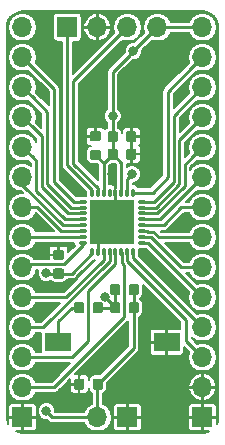
<source format=gbr>
G04 #@! TF.GenerationSoftware,KiCad,Pcbnew,5.0.0-rc3-6a2723a~65~ubuntu18.04.1*
G04 #@! TF.CreationDate,2018-07-16T03:01:28+02:00*
G04 #@! TF.ProjectId,securisam,73656375726973616D2E6B696361645F,rev?*
G04 #@! TF.SameCoordinates,Original*
G04 #@! TF.FileFunction,Copper,L1,Top,Signal*
G04 #@! TF.FilePolarity,Positive*
%FSLAX46Y46*%
G04 Gerber Fmt 4.6, Leading zero omitted, Abs format (unit mm)*
G04 Created by KiCad (PCBNEW 5.0.0-rc3-6a2723a~65~ubuntu18.04.1) date Mon Jul 16 03:01:28 2018*
%MOMM*%
%LPD*%
G01*
G04 APERTURE LIST*
G04 #@! TA.AperFunction,ComponentPad*
%ADD10R,1.700000X1.700000*%
G04 #@! TD*
G04 #@! TA.AperFunction,ComponentPad*
%ADD11O,1.700000X1.700000*%
G04 #@! TD*
G04 #@! TA.AperFunction,SMDPad,CuDef*
%ADD12R,2.180000X1.600000*%
G04 #@! TD*
G04 #@! TA.AperFunction,Conductor*
%ADD13C,0.100000*%
G04 #@! TD*
G04 #@! TA.AperFunction,SMDPad,CuDef*
%ADD14C,0.875000*%
G04 #@! TD*
G04 #@! TA.AperFunction,SMDPad,CuDef*
%ADD15R,3.800000X3.800000*%
G04 #@! TD*
G04 #@! TA.AperFunction,SMDPad,CuDef*
%ADD16O,0.300000X0.800000*%
G04 #@! TD*
G04 #@! TA.AperFunction,SMDPad,CuDef*
%ADD17O,0.800000X0.300000*%
G04 #@! TD*
G04 #@! TA.AperFunction,ViaPad*
%ADD18C,0.800000*%
G04 #@! TD*
G04 #@! TA.AperFunction,Conductor*
%ADD19C,0.250000*%
G04 #@! TD*
G04 #@! TA.AperFunction,Conductor*
%ADD20C,0.200000*%
G04 #@! TD*
G04 APERTURE END LIST*
D10*
G04 #@! TO.P,J4,1*
G04 #@! TO.N,GND*
X110490000Y-127000000D03*
D11*
G04 #@! TO.P,J4,2*
G04 #@! TO.N,VDD*
X107950000Y-127000000D03*
G04 #@! TD*
D10*
G04 #@! TO.P,J1,1*
G04 #@! TO.N,/SWDIO*
X105410000Y-93980000D03*
D11*
G04 #@! TO.P,J1,2*
G04 #@! TO.N,GND*
X107950000Y-93980000D03*
G04 #@! TO.P,J1,3*
G04 #@! TO.N,/SWCLK*
X110490000Y-93980000D03*
G04 #@! TO.P,J1,4*
G04 #@! TO.N,VDD*
X113030000Y-93980000D03*
G04 #@! TD*
D12*
G04 #@! TO.P,SW1,1*
G04 #@! TO.N,GND*
X113810000Y-120650000D03*
G04 #@! TO.P,SW1,2*
G04 #@! TO.N,Net-(R1-Pad2)*
X104630000Y-120650000D03*
G04 #@! TD*
D13*
G04 #@! TO.N,GND*
G04 #@! TO.C,C6*
G36*
X108051691Y-102771053D02*
X108072926Y-102774203D01*
X108093750Y-102779419D01*
X108113962Y-102786651D01*
X108133368Y-102795830D01*
X108151781Y-102806866D01*
X108169024Y-102819654D01*
X108184930Y-102834070D01*
X108199346Y-102849976D01*
X108212134Y-102867219D01*
X108223170Y-102885632D01*
X108232349Y-102905038D01*
X108239581Y-102925250D01*
X108244797Y-102946074D01*
X108247947Y-102967309D01*
X108249000Y-102988750D01*
X108249000Y-103426250D01*
X108247947Y-103447691D01*
X108244797Y-103468926D01*
X108239581Y-103489750D01*
X108232349Y-103509962D01*
X108223170Y-103529368D01*
X108212134Y-103547781D01*
X108199346Y-103565024D01*
X108184930Y-103580930D01*
X108169024Y-103595346D01*
X108151781Y-103608134D01*
X108133368Y-103619170D01*
X108113962Y-103628349D01*
X108093750Y-103635581D01*
X108072926Y-103640797D01*
X108051691Y-103643947D01*
X108030250Y-103645000D01*
X107517750Y-103645000D01*
X107496309Y-103643947D01*
X107475074Y-103640797D01*
X107454250Y-103635581D01*
X107434038Y-103628349D01*
X107414632Y-103619170D01*
X107396219Y-103608134D01*
X107378976Y-103595346D01*
X107363070Y-103580930D01*
X107348654Y-103565024D01*
X107335866Y-103547781D01*
X107324830Y-103529368D01*
X107315651Y-103509962D01*
X107308419Y-103489750D01*
X107303203Y-103468926D01*
X107300053Y-103447691D01*
X107299000Y-103426250D01*
X107299000Y-102988750D01*
X107300053Y-102967309D01*
X107303203Y-102946074D01*
X107308419Y-102925250D01*
X107315651Y-102905038D01*
X107324830Y-102885632D01*
X107335866Y-102867219D01*
X107348654Y-102849976D01*
X107363070Y-102834070D01*
X107378976Y-102819654D01*
X107396219Y-102806866D01*
X107414632Y-102795830D01*
X107434038Y-102786651D01*
X107454250Y-102779419D01*
X107475074Y-102774203D01*
X107496309Y-102771053D01*
X107517750Y-102770000D01*
X108030250Y-102770000D01*
X108051691Y-102771053D01*
X108051691Y-102771053D01*
G37*
D14*
G04 #@! TD*
G04 #@! TO.P,C6,2*
G04 #@! TO.N,GND*
X107774000Y-103207500D03*
D13*
G04 #@! TO.N,VDD*
G04 #@! TO.C,C6*
G36*
X108051691Y-104346053D02*
X108072926Y-104349203D01*
X108093750Y-104354419D01*
X108113962Y-104361651D01*
X108133368Y-104370830D01*
X108151781Y-104381866D01*
X108169024Y-104394654D01*
X108184930Y-104409070D01*
X108199346Y-104424976D01*
X108212134Y-104442219D01*
X108223170Y-104460632D01*
X108232349Y-104480038D01*
X108239581Y-104500250D01*
X108244797Y-104521074D01*
X108247947Y-104542309D01*
X108249000Y-104563750D01*
X108249000Y-105001250D01*
X108247947Y-105022691D01*
X108244797Y-105043926D01*
X108239581Y-105064750D01*
X108232349Y-105084962D01*
X108223170Y-105104368D01*
X108212134Y-105122781D01*
X108199346Y-105140024D01*
X108184930Y-105155930D01*
X108169024Y-105170346D01*
X108151781Y-105183134D01*
X108133368Y-105194170D01*
X108113962Y-105203349D01*
X108093750Y-105210581D01*
X108072926Y-105215797D01*
X108051691Y-105218947D01*
X108030250Y-105220000D01*
X107517750Y-105220000D01*
X107496309Y-105218947D01*
X107475074Y-105215797D01*
X107454250Y-105210581D01*
X107434038Y-105203349D01*
X107414632Y-105194170D01*
X107396219Y-105183134D01*
X107378976Y-105170346D01*
X107363070Y-105155930D01*
X107348654Y-105140024D01*
X107335866Y-105122781D01*
X107324830Y-105104368D01*
X107315651Y-105084962D01*
X107308419Y-105064750D01*
X107303203Y-105043926D01*
X107300053Y-105022691D01*
X107299000Y-105001250D01*
X107299000Y-104563750D01*
X107300053Y-104542309D01*
X107303203Y-104521074D01*
X107308419Y-104500250D01*
X107315651Y-104480038D01*
X107324830Y-104460632D01*
X107335866Y-104442219D01*
X107348654Y-104424976D01*
X107363070Y-104409070D01*
X107378976Y-104394654D01*
X107396219Y-104381866D01*
X107414632Y-104370830D01*
X107434038Y-104361651D01*
X107454250Y-104354419D01*
X107475074Y-104349203D01*
X107496309Y-104346053D01*
X107517750Y-104345000D01*
X108030250Y-104345000D01*
X108051691Y-104346053D01*
X108051691Y-104346053D01*
G37*
D14*
G04 #@! TD*
G04 #@! TO.P,C6,1*
G04 #@! TO.N,VDD*
X107774000Y-104782500D03*
D13*
G04 #@! TO.N,VDD*
G04 #@! TO.C,C5*
G36*
X104925691Y-114397053D02*
X104946926Y-114400203D01*
X104967750Y-114405419D01*
X104987962Y-114412651D01*
X105007368Y-114421830D01*
X105025781Y-114432866D01*
X105043024Y-114445654D01*
X105058930Y-114460070D01*
X105073346Y-114475976D01*
X105086134Y-114493219D01*
X105097170Y-114511632D01*
X105106349Y-114531038D01*
X105113581Y-114551250D01*
X105118797Y-114572074D01*
X105121947Y-114593309D01*
X105123000Y-114614750D01*
X105123000Y-115052250D01*
X105121947Y-115073691D01*
X105118797Y-115094926D01*
X105113581Y-115115750D01*
X105106349Y-115135962D01*
X105097170Y-115155368D01*
X105086134Y-115173781D01*
X105073346Y-115191024D01*
X105058930Y-115206930D01*
X105043024Y-115221346D01*
X105025781Y-115234134D01*
X105007368Y-115245170D01*
X104987962Y-115254349D01*
X104967750Y-115261581D01*
X104946926Y-115266797D01*
X104925691Y-115269947D01*
X104904250Y-115271000D01*
X104391750Y-115271000D01*
X104370309Y-115269947D01*
X104349074Y-115266797D01*
X104328250Y-115261581D01*
X104308038Y-115254349D01*
X104288632Y-115245170D01*
X104270219Y-115234134D01*
X104252976Y-115221346D01*
X104237070Y-115206930D01*
X104222654Y-115191024D01*
X104209866Y-115173781D01*
X104198830Y-115155368D01*
X104189651Y-115135962D01*
X104182419Y-115115750D01*
X104177203Y-115094926D01*
X104174053Y-115073691D01*
X104173000Y-115052250D01*
X104173000Y-114614750D01*
X104174053Y-114593309D01*
X104177203Y-114572074D01*
X104182419Y-114551250D01*
X104189651Y-114531038D01*
X104198830Y-114511632D01*
X104209866Y-114493219D01*
X104222654Y-114475976D01*
X104237070Y-114460070D01*
X104252976Y-114445654D01*
X104270219Y-114432866D01*
X104288632Y-114421830D01*
X104308038Y-114412651D01*
X104328250Y-114405419D01*
X104349074Y-114400203D01*
X104370309Y-114397053D01*
X104391750Y-114396000D01*
X104904250Y-114396000D01*
X104925691Y-114397053D01*
X104925691Y-114397053D01*
G37*
D14*
G04 #@! TD*
G04 #@! TO.P,C5,1*
G04 #@! TO.N,VDD*
X104648000Y-114833500D03*
D13*
G04 #@! TO.N,GND*
G04 #@! TO.C,C5*
G36*
X104925691Y-112822053D02*
X104946926Y-112825203D01*
X104967750Y-112830419D01*
X104987962Y-112837651D01*
X105007368Y-112846830D01*
X105025781Y-112857866D01*
X105043024Y-112870654D01*
X105058930Y-112885070D01*
X105073346Y-112900976D01*
X105086134Y-112918219D01*
X105097170Y-112936632D01*
X105106349Y-112956038D01*
X105113581Y-112976250D01*
X105118797Y-112997074D01*
X105121947Y-113018309D01*
X105123000Y-113039750D01*
X105123000Y-113477250D01*
X105121947Y-113498691D01*
X105118797Y-113519926D01*
X105113581Y-113540750D01*
X105106349Y-113560962D01*
X105097170Y-113580368D01*
X105086134Y-113598781D01*
X105073346Y-113616024D01*
X105058930Y-113631930D01*
X105043024Y-113646346D01*
X105025781Y-113659134D01*
X105007368Y-113670170D01*
X104987962Y-113679349D01*
X104967750Y-113686581D01*
X104946926Y-113691797D01*
X104925691Y-113694947D01*
X104904250Y-113696000D01*
X104391750Y-113696000D01*
X104370309Y-113694947D01*
X104349074Y-113691797D01*
X104328250Y-113686581D01*
X104308038Y-113679349D01*
X104288632Y-113670170D01*
X104270219Y-113659134D01*
X104252976Y-113646346D01*
X104237070Y-113631930D01*
X104222654Y-113616024D01*
X104209866Y-113598781D01*
X104198830Y-113580368D01*
X104189651Y-113560962D01*
X104182419Y-113540750D01*
X104177203Y-113519926D01*
X104174053Y-113498691D01*
X104173000Y-113477250D01*
X104173000Y-113039750D01*
X104174053Y-113018309D01*
X104177203Y-112997074D01*
X104182419Y-112976250D01*
X104189651Y-112956038D01*
X104198830Y-112936632D01*
X104209866Y-112918219D01*
X104222654Y-112900976D01*
X104237070Y-112885070D01*
X104252976Y-112870654D01*
X104270219Y-112857866D01*
X104288632Y-112846830D01*
X104308038Y-112837651D01*
X104328250Y-112830419D01*
X104349074Y-112825203D01*
X104370309Y-112822053D01*
X104391750Y-112821000D01*
X104904250Y-112821000D01*
X104925691Y-112822053D01*
X104925691Y-112822053D01*
G37*
D14*
G04 #@! TD*
G04 #@! TO.P,C5,2*
G04 #@! TO.N,GND*
X104648000Y-113258500D03*
D13*
G04 #@! TO.N,GND*
G04 #@! TO.C,C4*
G36*
X111051691Y-104246053D02*
X111072926Y-104249203D01*
X111093750Y-104254419D01*
X111113962Y-104261651D01*
X111133368Y-104270830D01*
X111151781Y-104281866D01*
X111169024Y-104294654D01*
X111184930Y-104309070D01*
X111199346Y-104324976D01*
X111212134Y-104342219D01*
X111223170Y-104360632D01*
X111232349Y-104380038D01*
X111239581Y-104400250D01*
X111244797Y-104421074D01*
X111247947Y-104442309D01*
X111249000Y-104463750D01*
X111249000Y-104976250D01*
X111247947Y-104997691D01*
X111244797Y-105018926D01*
X111239581Y-105039750D01*
X111232349Y-105059962D01*
X111223170Y-105079368D01*
X111212134Y-105097781D01*
X111199346Y-105115024D01*
X111184930Y-105130930D01*
X111169024Y-105145346D01*
X111151781Y-105158134D01*
X111133368Y-105169170D01*
X111113962Y-105178349D01*
X111093750Y-105185581D01*
X111072926Y-105190797D01*
X111051691Y-105193947D01*
X111030250Y-105195000D01*
X110592750Y-105195000D01*
X110571309Y-105193947D01*
X110550074Y-105190797D01*
X110529250Y-105185581D01*
X110509038Y-105178349D01*
X110489632Y-105169170D01*
X110471219Y-105158134D01*
X110453976Y-105145346D01*
X110438070Y-105130930D01*
X110423654Y-105115024D01*
X110410866Y-105097781D01*
X110399830Y-105079368D01*
X110390651Y-105059962D01*
X110383419Y-105039750D01*
X110378203Y-105018926D01*
X110375053Y-104997691D01*
X110374000Y-104976250D01*
X110374000Y-104463750D01*
X110375053Y-104442309D01*
X110378203Y-104421074D01*
X110383419Y-104400250D01*
X110390651Y-104380038D01*
X110399830Y-104360632D01*
X110410866Y-104342219D01*
X110423654Y-104324976D01*
X110438070Y-104309070D01*
X110453976Y-104294654D01*
X110471219Y-104281866D01*
X110489632Y-104270830D01*
X110509038Y-104261651D01*
X110529250Y-104254419D01*
X110550074Y-104249203D01*
X110571309Y-104246053D01*
X110592750Y-104245000D01*
X111030250Y-104245000D01*
X111051691Y-104246053D01*
X111051691Y-104246053D01*
G37*
D14*
G04 #@! TD*
G04 #@! TO.P,C4,2*
G04 #@! TO.N,GND*
X110811500Y-104720000D03*
D13*
G04 #@! TO.N,VDD*
G04 #@! TO.C,C4*
G36*
X109476691Y-104246053D02*
X109497926Y-104249203D01*
X109518750Y-104254419D01*
X109538962Y-104261651D01*
X109558368Y-104270830D01*
X109576781Y-104281866D01*
X109594024Y-104294654D01*
X109609930Y-104309070D01*
X109624346Y-104324976D01*
X109637134Y-104342219D01*
X109648170Y-104360632D01*
X109657349Y-104380038D01*
X109664581Y-104400250D01*
X109669797Y-104421074D01*
X109672947Y-104442309D01*
X109674000Y-104463750D01*
X109674000Y-104976250D01*
X109672947Y-104997691D01*
X109669797Y-105018926D01*
X109664581Y-105039750D01*
X109657349Y-105059962D01*
X109648170Y-105079368D01*
X109637134Y-105097781D01*
X109624346Y-105115024D01*
X109609930Y-105130930D01*
X109594024Y-105145346D01*
X109576781Y-105158134D01*
X109558368Y-105169170D01*
X109538962Y-105178349D01*
X109518750Y-105185581D01*
X109497926Y-105190797D01*
X109476691Y-105193947D01*
X109455250Y-105195000D01*
X109017750Y-105195000D01*
X108996309Y-105193947D01*
X108975074Y-105190797D01*
X108954250Y-105185581D01*
X108934038Y-105178349D01*
X108914632Y-105169170D01*
X108896219Y-105158134D01*
X108878976Y-105145346D01*
X108863070Y-105130930D01*
X108848654Y-105115024D01*
X108835866Y-105097781D01*
X108824830Y-105079368D01*
X108815651Y-105059962D01*
X108808419Y-105039750D01*
X108803203Y-105018926D01*
X108800053Y-104997691D01*
X108799000Y-104976250D01*
X108799000Y-104463750D01*
X108800053Y-104442309D01*
X108803203Y-104421074D01*
X108808419Y-104400250D01*
X108815651Y-104380038D01*
X108824830Y-104360632D01*
X108835866Y-104342219D01*
X108848654Y-104324976D01*
X108863070Y-104309070D01*
X108878976Y-104294654D01*
X108896219Y-104281866D01*
X108914632Y-104270830D01*
X108934038Y-104261651D01*
X108954250Y-104254419D01*
X108975074Y-104249203D01*
X108996309Y-104246053D01*
X109017750Y-104245000D01*
X109455250Y-104245000D01*
X109476691Y-104246053D01*
X109476691Y-104246053D01*
G37*
D14*
G04 #@! TD*
G04 #@! TO.P,C4,1*
G04 #@! TO.N,VDD*
X109236500Y-104720000D03*
D13*
G04 #@! TO.N,VDD*
G04 #@! TO.C,C3*
G36*
X109476691Y-102771053D02*
X109497926Y-102774203D01*
X109518750Y-102779419D01*
X109538962Y-102786651D01*
X109558368Y-102795830D01*
X109576781Y-102806866D01*
X109594024Y-102819654D01*
X109609930Y-102834070D01*
X109624346Y-102849976D01*
X109637134Y-102867219D01*
X109648170Y-102885632D01*
X109657349Y-102905038D01*
X109664581Y-102925250D01*
X109669797Y-102946074D01*
X109672947Y-102967309D01*
X109674000Y-102988750D01*
X109674000Y-103501250D01*
X109672947Y-103522691D01*
X109669797Y-103543926D01*
X109664581Y-103564750D01*
X109657349Y-103584962D01*
X109648170Y-103604368D01*
X109637134Y-103622781D01*
X109624346Y-103640024D01*
X109609930Y-103655930D01*
X109594024Y-103670346D01*
X109576781Y-103683134D01*
X109558368Y-103694170D01*
X109538962Y-103703349D01*
X109518750Y-103710581D01*
X109497926Y-103715797D01*
X109476691Y-103718947D01*
X109455250Y-103720000D01*
X109017750Y-103720000D01*
X108996309Y-103718947D01*
X108975074Y-103715797D01*
X108954250Y-103710581D01*
X108934038Y-103703349D01*
X108914632Y-103694170D01*
X108896219Y-103683134D01*
X108878976Y-103670346D01*
X108863070Y-103655930D01*
X108848654Y-103640024D01*
X108835866Y-103622781D01*
X108824830Y-103604368D01*
X108815651Y-103584962D01*
X108808419Y-103564750D01*
X108803203Y-103543926D01*
X108800053Y-103522691D01*
X108799000Y-103501250D01*
X108799000Y-102988750D01*
X108800053Y-102967309D01*
X108803203Y-102946074D01*
X108808419Y-102925250D01*
X108815651Y-102905038D01*
X108824830Y-102885632D01*
X108835866Y-102867219D01*
X108848654Y-102849976D01*
X108863070Y-102834070D01*
X108878976Y-102819654D01*
X108896219Y-102806866D01*
X108914632Y-102795830D01*
X108934038Y-102786651D01*
X108954250Y-102779419D01*
X108975074Y-102774203D01*
X108996309Y-102771053D01*
X109017750Y-102770000D01*
X109455250Y-102770000D01*
X109476691Y-102771053D01*
X109476691Y-102771053D01*
G37*
D14*
G04 #@! TD*
G04 #@! TO.P,C3,1*
G04 #@! TO.N,VDD*
X109236500Y-103245000D03*
D13*
G04 #@! TO.N,GND*
G04 #@! TO.C,C3*
G36*
X111051691Y-102771053D02*
X111072926Y-102774203D01*
X111093750Y-102779419D01*
X111113962Y-102786651D01*
X111133368Y-102795830D01*
X111151781Y-102806866D01*
X111169024Y-102819654D01*
X111184930Y-102834070D01*
X111199346Y-102849976D01*
X111212134Y-102867219D01*
X111223170Y-102885632D01*
X111232349Y-102905038D01*
X111239581Y-102925250D01*
X111244797Y-102946074D01*
X111247947Y-102967309D01*
X111249000Y-102988750D01*
X111249000Y-103501250D01*
X111247947Y-103522691D01*
X111244797Y-103543926D01*
X111239581Y-103564750D01*
X111232349Y-103584962D01*
X111223170Y-103604368D01*
X111212134Y-103622781D01*
X111199346Y-103640024D01*
X111184930Y-103655930D01*
X111169024Y-103670346D01*
X111151781Y-103683134D01*
X111133368Y-103694170D01*
X111113962Y-103703349D01*
X111093750Y-103710581D01*
X111072926Y-103715797D01*
X111051691Y-103718947D01*
X111030250Y-103720000D01*
X110592750Y-103720000D01*
X110571309Y-103718947D01*
X110550074Y-103715797D01*
X110529250Y-103710581D01*
X110509038Y-103703349D01*
X110489632Y-103694170D01*
X110471219Y-103683134D01*
X110453976Y-103670346D01*
X110438070Y-103655930D01*
X110423654Y-103640024D01*
X110410866Y-103622781D01*
X110399830Y-103604368D01*
X110390651Y-103584962D01*
X110383419Y-103564750D01*
X110378203Y-103543926D01*
X110375053Y-103522691D01*
X110374000Y-103501250D01*
X110374000Y-102988750D01*
X110375053Y-102967309D01*
X110378203Y-102946074D01*
X110383419Y-102925250D01*
X110390651Y-102905038D01*
X110399830Y-102885632D01*
X110410866Y-102867219D01*
X110423654Y-102849976D01*
X110438070Y-102834070D01*
X110453976Y-102819654D01*
X110471219Y-102806866D01*
X110489632Y-102795830D01*
X110509038Y-102786651D01*
X110529250Y-102779419D01*
X110550074Y-102774203D01*
X110571309Y-102771053D01*
X110592750Y-102770000D01*
X111030250Y-102770000D01*
X111051691Y-102771053D01*
X111051691Y-102771053D01*
G37*
D14*
G04 #@! TD*
G04 #@! TO.P,C3,2*
G04 #@! TO.N,GND*
X110811500Y-103245000D03*
D13*
G04 #@! TO.N,GND*
G04 #@! TO.C,C2*
G36*
X106640691Y-123732053D02*
X106661926Y-123735203D01*
X106682750Y-123740419D01*
X106702962Y-123747651D01*
X106722368Y-123756830D01*
X106740781Y-123767866D01*
X106758024Y-123780654D01*
X106773930Y-123795070D01*
X106788346Y-123810976D01*
X106801134Y-123828219D01*
X106812170Y-123846632D01*
X106821349Y-123866038D01*
X106828581Y-123886250D01*
X106833797Y-123907074D01*
X106836947Y-123928309D01*
X106838000Y-123949750D01*
X106838000Y-124462250D01*
X106836947Y-124483691D01*
X106833797Y-124504926D01*
X106828581Y-124525750D01*
X106821349Y-124545962D01*
X106812170Y-124565368D01*
X106801134Y-124583781D01*
X106788346Y-124601024D01*
X106773930Y-124616930D01*
X106758024Y-124631346D01*
X106740781Y-124644134D01*
X106722368Y-124655170D01*
X106702962Y-124664349D01*
X106682750Y-124671581D01*
X106661926Y-124676797D01*
X106640691Y-124679947D01*
X106619250Y-124681000D01*
X106181750Y-124681000D01*
X106160309Y-124679947D01*
X106139074Y-124676797D01*
X106118250Y-124671581D01*
X106098038Y-124664349D01*
X106078632Y-124655170D01*
X106060219Y-124644134D01*
X106042976Y-124631346D01*
X106027070Y-124616930D01*
X106012654Y-124601024D01*
X105999866Y-124583781D01*
X105988830Y-124565368D01*
X105979651Y-124545962D01*
X105972419Y-124525750D01*
X105967203Y-124504926D01*
X105964053Y-124483691D01*
X105963000Y-124462250D01*
X105963000Y-123949750D01*
X105964053Y-123928309D01*
X105967203Y-123907074D01*
X105972419Y-123886250D01*
X105979651Y-123866038D01*
X105988830Y-123846632D01*
X105999866Y-123828219D01*
X106012654Y-123810976D01*
X106027070Y-123795070D01*
X106042976Y-123780654D01*
X106060219Y-123767866D01*
X106078632Y-123756830D01*
X106098038Y-123747651D01*
X106118250Y-123740419D01*
X106139074Y-123735203D01*
X106160309Y-123732053D01*
X106181750Y-123731000D01*
X106619250Y-123731000D01*
X106640691Y-123732053D01*
X106640691Y-123732053D01*
G37*
D14*
G04 #@! TD*
G04 #@! TO.P,C2,2*
G04 #@! TO.N,GND*
X106400500Y-124206000D03*
D13*
G04 #@! TO.N,VDD*
G04 #@! TO.C,C2*
G36*
X108215691Y-123732053D02*
X108236926Y-123735203D01*
X108257750Y-123740419D01*
X108277962Y-123747651D01*
X108297368Y-123756830D01*
X108315781Y-123767866D01*
X108333024Y-123780654D01*
X108348930Y-123795070D01*
X108363346Y-123810976D01*
X108376134Y-123828219D01*
X108387170Y-123846632D01*
X108396349Y-123866038D01*
X108403581Y-123886250D01*
X108408797Y-123907074D01*
X108411947Y-123928309D01*
X108413000Y-123949750D01*
X108413000Y-124462250D01*
X108411947Y-124483691D01*
X108408797Y-124504926D01*
X108403581Y-124525750D01*
X108396349Y-124545962D01*
X108387170Y-124565368D01*
X108376134Y-124583781D01*
X108363346Y-124601024D01*
X108348930Y-124616930D01*
X108333024Y-124631346D01*
X108315781Y-124644134D01*
X108297368Y-124655170D01*
X108277962Y-124664349D01*
X108257750Y-124671581D01*
X108236926Y-124676797D01*
X108215691Y-124679947D01*
X108194250Y-124681000D01*
X107756750Y-124681000D01*
X107735309Y-124679947D01*
X107714074Y-124676797D01*
X107693250Y-124671581D01*
X107673038Y-124664349D01*
X107653632Y-124655170D01*
X107635219Y-124644134D01*
X107617976Y-124631346D01*
X107602070Y-124616930D01*
X107587654Y-124601024D01*
X107574866Y-124583781D01*
X107563830Y-124565368D01*
X107554651Y-124545962D01*
X107547419Y-124525750D01*
X107542203Y-124504926D01*
X107539053Y-124483691D01*
X107538000Y-124462250D01*
X107538000Y-123949750D01*
X107539053Y-123928309D01*
X107542203Y-123907074D01*
X107547419Y-123886250D01*
X107554651Y-123866038D01*
X107563830Y-123846632D01*
X107574866Y-123828219D01*
X107587654Y-123810976D01*
X107602070Y-123795070D01*
X107617976Y-123780654D01*
X107635219Y-123767866D01*
X107653632Y-123756830D01*
X107673038Y-123747651D01*
X107693250Y-123740419D01*
X107714074Y-123735203D01*
X107735309Y-123732053D01*
X107756750Y-123731000D01*
X108194250Y-123731000D01*
X108215691Y-123732053D01*
X108215691Y-123732053D01*
G37*
D14*
G04 #@! TD*
G04 #@! TO.P,C2,1*
G04 #@! TO.N,VDD*
X107975500Y-124206000D03*
D13*
G04 #@! TO.N,VDD*
G04 #@! TO.C,C1*
G36*
X111263691Y-117255053D02*
X111284926Y-117258203D01*
X111305750Y-117263419D01*
X111325962Y-117270651D01*
X111345368Y-117279830D01*
X111363781Y-117290866D01*
X111381024Y-117303654D01*
X111396930Y-117318070D01*
X111411346Y-117333976D01*
X111424134Y-117351219D01*
X111435170Y-117369632D01*
X111444349Y-117389038D01*
X111451581Y-117409250D01*
X111456797Y-117430074D01*
X111459947Y-117451309D01*
X111461000Y-117472750D01*
X111461000Y-117985250D01*
X111459947Y-118006691D01*
X111456797Y-118027926D01*
X111451581Y-118048750D01*
X111444349Y-118068962D01*
X111435170Y-118088368D01*
X111424134Y-118106781D01*
X111411346Y-118124024D01*
X111396930Y-118139930D01*
X111381024Y-118154346D01*
X111363781Y-118167134D01*
X111345368Y-118178170D01*
X111325962Y-118187349D01*
X111305750Y-118194581D01*
X111284926Y-118199797D01*
X111263691Y-118202947D01*
X111242250Y-118204000D01*
X110804750Y-118204000D01*
X110783309Y-118202947D01*
X110762074Y-118199797D01*
X110741250Y-118194581D01*
X110721038Y-118187349D01*
X110701632Y-118178170D01*
X110683219Y-118167134D01*
X110665976Y-118154346D01*
X110650070Y-118139930D01*
X110635654Y-118124024D01*
X110622866Y-118106781D01*
X110611830Y-118088368D01*
X110602651Y-118068962D01*
X110595419Y-118048750D01*
X110590203Y-118027926D01*
X110587053Y-118006691D01*
X110586000Y-117985250D01*
X110586000Y-117472750D01*
X110587053Y-117451309D01*
X110590203Y-117430074D01*
X110595419Y-117409250D01*
X110602651Y-117389038D01*
X110611830Y-117369632D01*
X110622866Y-117351219D01*
X110635654Y-117333976D01*
X110650070Y-117318070D01*
X110665976Y-117303654D01*
X110683219Y-117290866D01*
X110701632Y-117279830D01*
X110721038Y-117270651D01*
X110741250Y-117263419D01*
X110762074Y-117258203D01*
X110783309Y-117255053D01*
X110804750Y-117254000D01*
X111242250Y-117254000D01*
X111263691Y-117255053D01*
X111263691Y-117255053D01*
G37*
D14*
G04 #@! TD*
G04 #@! TO.P,C1,1*
G04 #@! TO.N,VDD*
X111023500Y-117729000D03*
D13*
G04 #@! TO.N,/~RESET~*
G04 #@! TO.C,C1*
G36*
X109688691Y-117255053D02*
X109709926Y-117258203D01*
X109730750Y-117263419D01*
X109750962Y-117270651D01*
X109770368Y-117279830D01*
X109788781Y-117290866D01*
X109806024Y-117303654D01*
X109821930Y-117318070D01*
X109836346Y-117333976D01*
X109849134Y-117351219D01*
X109860170Y-117369632D01*
X109869349Y-117389038D01*
X109876581Y-117409250D01*
X109881797Y-117430074D01*
X109884947Y-117451309D01*
X109886000Y-117472750D01*
X109886000Y-117985250D01*
X109884947Y-118006691D01*
X109881797Y-118027926D01*
X109876581Y-118048750D01*
X109869349Y-118068962D01*
X109860170Y-118088368D01*
X109849134Y-118106781D01*
X109836346Y-118124024D01*
X109821930Y-118139930D01*
X109806024Y-118154346D01*
X109788781Y-118167134D01*
X109770368Y-118178170D01*
X109750962Y-118187349D01*
X109730750Y-118194581D01*
X109709926Y-118199797D01*
X109688691Y-118202947D01*
X109667250Y-118204000D01*
X109229750Y-118204000D01*
X109208309Y-118202947D01*
X109187074Y-118199797D01*
X109166250Y-118194581D01*
X109146038Y-118187349D01*
X109126632Y-118178170D01*
X109108219Y-118167134D01*
X109090976Y-118154346D01*
X109075070Y-118139930D01*
X109060654Y-118124024D01*
X109047866Y-118106781D01*
X109036830Y-118088368D01*
X109027651Y-118068962D01*
X109020419Y-118048750D01*
X109015203Y-118027926D01*
X109012053Y-118006691D01*
X109011000Y-117985250D01*
X109011000Y-117472750D01*
X109012053Y-117451309D01*
X109015203Y-117430074D01*
X109020419Y-117409250D01*
X109027651Y-117389038D01*
X109036830Y-117369632D01*
X109047866Y-117351219D01*
X109060654Y-117333976D01*
X109075070Y-117318070D01*
X109090976Y-117303654D01*
X109108219Y-117290866D01*
X109126632Y-117279830D01*
X109146038Y-117270651D01*
X109166250Y-117263419D01*
X109187074Y-117258203D01*
X109208309Y-117255053D01*
X109229750Y-117254000D01*
X109667250Y-117254000D01*
X109688691Y-117255053D01*
X109688691Y-117255053D01*
G37*
D14*
G04 #@! TD*
G04 #@! TO.P,C1,2*
G04 #@! TO.N,/~RESET~*
X109448500Y-117729000D03*
D11*
G04 #@! TO.P,J3,14*
G04 #@! TO.N,VDD*
X116840000Y-93980000D03*
G04 #@! TO.P,J3,13*
G04 #@! TO.N,/PA27*
X116840000Y-96520000D03*
G04 #@! TO.P,J3,12*
G04 #@! TO.N,/PA25*
X116840000Y-99060000D03*
G04 #@! TO.P,J3,11*
G04 #@! TO.N,/PA24*
X116840000Y-101600000D03*
G04 #@! TO.P,J3,10*
G04 #@! TO.N,/PA23*
X116840000Y-104140000D03*
G04 #@! TO.P,J3,9*
G04 #@! TO.N,/PA22*
X116840000Y-106680000D03*
G04 #@! TO.P,J3,8*
G04 #@! TO.N,/PA19*
X116840000Y-109220000D03*
G04 #@! TO.P,J3,7*
G04 #@! TO.N,/PA18*
X116840000Y-111760000D03*
G04 #@! TO.P,J3,6*
G04 #@! TO.N,/PA17*
X116840000Y-114300000D03*
G04 #@! TO.P,J3,5*
G04 #@! TO.N,/PA16*
X116840000Y-116840000D03*
G04 #@! TO.P,J3,4*
G04 #@! TO.N,/PA15*
X116840000Y-119380000D03*
G04 #@! TO.P,J3,3*
G04 #@! TO.N,/PA14*
X116840000Y-121920000D03*
G04 #@! TO.P,J3,2*
G04 #@! TO.N,GND*
X116840000Y-124460000D03*
D10*
G04 #@! TO.P,J3,1*
X116840000Y-127000000D03*
G04 #@! TD*
G04 #@! TO.P,J2,1*
G04 #@! TO.N,GND*
X101600000Y-127000000D03*
D11*
G04 #@! TO.P,J2,2*
G04 #@! TO.N,/PA11*
X101600000Y-124460000D03*
G04 #@! TO.P,J2,3*
G04 #@! TO.N,/PA10*
X101600000Y-121920000D03*
G04 #@! TO.P,J2,4*
G04 #@! TO.N,/PA09*
X101600000Y-119380000D03*
G04 #@! TO.P,J2,5*
G04 #@! TO.N,/PA08*
X101600000Y-116840000D03*
G04 #@! TO.P,J2,6*
G04 #@! TO.N,/PA07*
X101600000Y-114300000D03*
G04 #@! TO.P,J2,7*
G04 #@! TO.N,/PA06*
X101600000Y-111760000D03*
G04 #@! TO.P,J2,8*
G04 #@! TO.N,/PA05*
X101600000Y-109220000D03*
G04 #@! TO.P,J2,9*
G04 #@! TO.N,/PA04*
X101600000Y-106680000D03*
G04 #@! TO.P,J2,10*
G04 #@! TO.N,/PA03*
X101600000Y-104140000D03*
G04 #@! TO.P,J2,11*
G04 #@! TO.N,/PA02*
X101600000Y-101600000D03*
G04 #@! TO.P,J2,12*
G04 #@! TO.N,/PA01*
X101600000Y-99060000D03*
G04 #@! TO.P,J2,13*
G04 #@! TO.N,/PA00*
X101600000Y-96520000D03*
G04 #@! TO.P,J2,14*
G04 #@! TO.N,VDD*
X101600000Y-93980000D03*
G04 #@! TD*
D15*
G04 #@! TO.P,U1,33*
G04 #@! TO.N,GND*
X109220000Y-110490000D03*
D16*
G04 #@! TO.P,U1,32*
G04 #@! TO.N,/SWDIO*
X107470000Y-107990000D03*
G04 #@! TO.P,U1,31*
G04 #@! TO.N,/SWCLK*
X107970000Y-107990001D03*
G04 #@! TO.P,U1,30*
G04 #@! TO.N,VDD*
X108470000Y-107990000D03*
G04 #@! TO.P,U1,29*
G04 #@! TO.N,Net-(U1-Pad29)*
X108970000Y-107990000D03*
G04 #@! TO.P,U1,28*
G04 #@! TO.N,GND*
X109470000Y-107990000D03*
G04 #@! TO.P,U1,27*
G04 #@! TO.N,VDD*
X109970000Y-107990000D03*
G04 #@! TO.P,U1,26*
G04 #@! TO.N,/~RESET~*
X110470000Y-107990001D03*
G04 #@! TO.P,U1,25*
G04 #@! TO.N,/PA27*
X110970000Y-107990000D03*
D17*
G04 #@! TO.P,U1,24*
G04 #@! TO.N,/PA25*
X111720000Y-108740000D03*
G04 #@! TO.P,U1,23*
G04 #@! TO.N,/PA24*
X111719999Y-109240000D03*
G04 #@! TO.P,U1,22*
G04 #@! TO.N,/PA23*
X111720000Y-109740000D03*
G04 #@! TO.P,U1,21*
G04 #@! TO.N,/PA22*
X111720000Y-110240000D03*
G04 #@! TO.P,U1,20*
G04 #@! TO.N,/PA19*
X111720000Y-110740000D03*
G04 #@! TO.P,U1,19*
G04 #@! TO.N,/PA18*
X111720000Y-111240000D03*
G04 #@! TO.P,U1,18*
G04 #@! TO.N,/PA17*
X111719999Y-111740000D03*
G04 #@! TO.P,U1,17*
G04 #@! TO.N,/PA16*
X111720000Y-112240000D03*
D16*
G04 #@! TO.P,U1,16*
G04 #@! TO.N,/PA15*
X110970000Y-112990000D03*
G04 #@! TO.P,U1,15*
G04 #@! TO.N,/PA14*
X110470000Y-112989999D03*
G04 #@! TO.P,U1,14*
G04 #@! TO.N,/PA11*
X109970000Y-112990000D03*
G04 #@! TO.P,U1,13*
G04 #@! TO.N,/PA10*
X109470000Y-112990000D03*
G04 #@! TO.P,U1,12*
G04 #@! TO.N,/PA09*
X108970000Y-112990000D03*
G04 #@! TO.P,U1,11*
G04 #@! TO.N,/PA08*
X108470000Y-112990000D03*
G04 #@! TO.P,U1,10*
G04 #@! TO.N,GND*
X107970000Y-112989999D03*
G04 #@! TO.P,U1,9*
G04 #@! TO.N,VDD*
X107470000Y-112990000D03*
D17*
G04 #@! TO.P,U1,8*
G04 #@! TO.N,/PA07*
X106720000Y-112240000D03*
G04 #@! TO.P,U1,7*
G04 #@! TO.N,/PA06*
X106720001Y-111740000D03*
G04 #@! TO.P,U1,6*
G04 #@! TO.N,/PA05*
X106720000Y-111240000D03*
G04 #@! TO.P,U1,5*
G04 #@! TO.N,/PA04*
X106720000Y-110740000D03*
G04 #@! TO.P,U1,4*
G04 #@! TO.N,/PA03*
X106720000Y-110240000D03*
G04 #@! TO.P,U1,3*
G04 #@! TO.N,/PA02*
X106720000Y-109740000D03*
G04 #@! TO.P,U1,2*
G04 #@! TO.N,/PA01*
X106720001Y-109240000D03*
G04 #@! TO.P,U1,1*
G04 #@! TO.N,/PA00*
X106720000Y-108740000D03*
G04 #@! TD*
D13*
G04 #@! TO.N,/~RESET~*
G04 #@! TO.C,R2*
G36*
X109688691Y-115731053D02*
X109709926Y-115734203D01*
X109730750Y-115739419D01*
X109750962Y-115746651D01*
X109770368Y-115755830D01*
X109788781Y-115766866D01*
X109806024Y-115779654D01*
X109821930Y-115794070D01*
X109836346Y-115809976D01*
X109849134Y-115827219D01*
X109860170Y-115845632D01*
X109869349Y-115865038D01*
X109876581Y-115885250D01*
X109881797Y-115906074D01*
X109884947Y-115927309D01*
X109886000Y-115948750D01*
X109886000Y-116461250D01*
X109884947Y-116482691D01*
X109881797Y-116503926D01*
X109876581Y-116524750D01*
X109869349Y-116544962D01*
X109860170Y-116564368D01*
X109849134Y-116582781D01*
X109836346Y-116600024D01*
X109821930Y-116615930D01*
X109806024Y-116630346D01*
X109788781Y-116643134D01*
X109770368Y-116654170D01*
X109750962Y-116663349D01*
X109730750Y-116670581D01*
X109709926Y-116675797D01*
X109688691Y-116678947D01*
X109667250Y-116680000D01*
X109229750Y-116680000D01*
X109208309Y-116678947D01*
X109187074Y-116675797D01*
X109166250Y-116670581D01*
X109146038Y-116663349D01*
X109126632Y-116654170D01*
X109108219Y-116643134D01*
X109090976Y-116630346D01*
X109075070Y-116615930D01*
X109060654Y-116600024D01*
X109047866Y-116582781D01*
X109036830Y-116564368D01*
X109027651Y-116544962D01*
X109020419Y-116524750D01*
X109015203Y-116503926D01*
X109012053Y-116482691D01*
X109011000Y-116461250D01*
X109011000Y-115948750D01*
X109012053Y-115927309D01*
X109015203Y-115906074D01*
X109020419Y-115885250D01*
X109027651Y-115865038D01*
X109036830Y-115845632D01*
X109047866Y-115827219D01*
X109060654Y-115809976D01*
X109075070Y-115794070D01*
X109090976Y-115779654D01*
X109108219Y-115766866D01*
X109126632Y-115755830D01*
X109146038Y-115746651D01*
X109166250Y-115739419D01*
X109187074Y-115734203D01*
X109208309Y-115731053D01*
X109229750Y-115730000D01*
X109667250Y-115730000D01*
X109688691Y-115731053D01*
X109688691Y-115731053D01*
G37*
D14*
G04 #@! TD*
G04 #@! TO.P,R2,2*
G04 #@! TO.N,/~RESET~*
X109448500Y-116205000D03*
D13*
G04 #@! TO.N,VDD*
G04 #@! TO.C,R2*
G36*
X111263691Y-115731053D02*
X111284926Y-115734203D01*
X111305750Y-115739419D01*
X111325962Y-115746651D01*
X111345368Y-115755830D01*
X111363781Y-115766866D01*
X111381024Y-115779654D01*
X111396930Y-115794070D01*
X111411346Y-115809976D01*
X111424134Y-115827219D01*
X111435170Y-115845632D01*
X111444349Y-115865038D01*
X111451581Y-115885250D01*
X111456797Y-115906074D01*
X111459947Y-115927309D01*
X111461000Y-115948750D01*
X111461000Y-116461250D01*
X111459947Y-116482691D01*
X111456797Y-116503926D01*
X111451581Y-116524750D01*
X111444349Y-116544962D01*
X111435170Y-116564368D01*
X111424134Y-116582781D01*
X111411346Y-116600024D01*
X111396930Y-116615930D01*
X111381024Y-116630346D01*
X111363781Y-116643134D01*
X111345368Y-116654170D01*
X111325962Y-116663349D01*
X111305750Y-116670581D01*
X111284926Y-116675797D01*
X111263691Y-116678947D01*
X111242250Y-116680000D01*
X110804750Y-116680000D01*
X110783309Y-116678947D01*
X110762074Y-116675797D01*
X110741250Y-116670581D01*
X110721038Y-116663349D01*
X110701632Y-116654170D01*
X110683219Y-116643134D01*
X110665976Y-116630346D01*
X110650070Y-116615930D01*
X110635654Y-116600024D01*
X110622866Y-116582781D01*
X110611830Y-116564368D01*
X110602651Y-116544962D01*
X110595419Y-116524750D01*
X110590203Y-116503926D01*
X110587053Y-116482691D01*
X110586000Y-116461250D01*
X110586000Y-115948750D01*
X110587053Y-115927309D01*
X110590203Y-115906074D01*
X110595419Y-115885250D01*
X110602651Y-115865038D01*
X110611830Y-115845632D01*
X110622866Y-115827219D01*
X110635654Y-115809976D01*
X110650070Y-115794070D01*
X110665976Y-115779654D01*
X110683219Y-115766866D01*
X110701632Y-115755830D01*
X110721038Y-115746651D01*
X110741250Y-115739419D01*
X110762074Y-115734203D01*
X110783309Y-115731053D01*
X110804750Y-115730000D01*
X111242250Y-115730000D01*
X111263691Y-115731053D01*
X111263691Y-115731053D01*
G37*
D14*
G04 #@! TD*
G04 #@! TO.P,R2,1*
G04 #@! TO.N,VDD*
X111023500Y-116205000D03*
D13*
G04 #@! TO.N,/~RESET~*
G04 #@! TO.C,R1*
G36*
X108215691Y-117255053D02*
X108236926Y-117258203D01*
X108257750Y-117263419D01*
X108277962Y-117270651D01*
X108297368Y-117279830D01*
X108315781Y-117290866D01*
X108333024Y-117303654D01*
X108348930Y-117318070D01*
X108363346Y-117333976D01*
X108376134Y-117351219D01*
X108387170Y-117369632D01*
X108396349Y-117389038D01*
X108403581Y-117409250D01*
X108408797Y-117430074D01*
X108411947Y-117451309D01*
X108413000Y-117472750D01*
X108413000Y-117985250D01*
X108411947Y-118006691D01*
X108408797Y-118027926D01*
X108403581Y-118048750D01*
X108396349Y-118068962D01*
X108387170Y-118088368D01*
X108376134Y-118106781D01*
X108363346Y-118124024D01*
X108348930Y-118139930D01*
X108333024Y-118154346D01*
X108315781Y-118167134D01*
X108297368Y-118178170D01*
X108277962Y-118187349D01*
X108257750Y-118194581D01*
X108236926Y-118199797D01*
X108215691Y-118202947D01*
X108194250Y-118204000D01*
X107756750Y-118204000D01*
X107735309Y-118202947D01*
X107714074Y-118199797D01*
X107693250Y-118194581D01*
X107673038Y-118187349D01*
X107653632Y-118178170D01*
X107635219Y-118167134D01*
X107617976Y-118154346D01*
X107602070Y-118139930D01*
X107587654Y-118124024D01*
X107574866Y-118106781D01*
X107563830Y-118088368D01*
X107554651Y-118068962D01*
X107547419Y-118048750D01*
X107542203Y-118027926D01*
X107539053Y-118006691D01*
X107538000Y-117985250D01*
X107538000Y-117472750D01*
X107539053Y-117451309D01*
X107542203Y-117430074D01*
X107547419Y-117409250D01*
X107554651Y-117389038D01*
X107563830Y-117369632D01*
X107574866Y-117351219D01*
X107587654Y-117333976D01*
X107602070Y-117318070D01*
X107617976Y-117303654D01*
X107635219Y-117290866D01*
X107653632Y-117279830D01*
X107673038Y-117270651D01*
X107693250Y-117263419D01*
X107714074Y-117258203D01*
X107735309Y-117255053D01*
X107756750Y-117254000D01*
X108194250Y-117254000D01*
X108215691Y-117255053D01*
X108215691Y-117255053D01*
G37*
D14*
G04 #@! TD*
G04 #@! TO.P,R1,1*
G04 #@! TO.N,/~RESET~*
X107975500Y-117729000D03*
D13*
G04 #@! TO.N,Net-(R1-Pad2)*
G04 #@! TO.C,R1*
G36*
X106640691Y-117255053D02*
X106661926Y-117258203D01*
X106682750Y-117263419D01*
X106702962Y-117270651D01*
X106722368Y-117279830D01*
X106740781Y-117290866D01*
X106758024Y-117303654D01*
X106773930Y-117318070D01*
X106788346Y-117333976D01*
X106801134Y-117351219D01*
X106812170Y-117369632D01*
X106821349Y-117389038D01*
X106828581Y-117409250D01*
X106833797Y-117430074D01*
X106836947Y-117451309D01*
X106838000Y-117472750D01*
X106838000Y-117985250D01*
X106836947Y-118006691D01*
X106833797Y-118027926D01*
X106828581Y-118048750D01*
X106821349Y-118068962D01*
X106812170Y-118088368D01*
X106801134Y-118106781D01*
X106788346Y-118124024D01*
X106773930Y-118139930D01*
X106758024Y-118154346D01*
X106740781Y-118167134D01*
X106722368Y-118178170D01*
X106702962Y-118187349D01*
X106682750Y-118194581D01*
X106661926Y-118199797D01*
X106640691Y-118202947D01*
X106619250Y-118204000D01*
X106181750Y-118204000D01*
X106160309Y-118202947D01*
X106139074Y-118199797D01*
X106118250Y-118194581D01*
X106098038Y-118187349D01*
X106078632Y-118178170D01*
X106060219Y-118167134D01*
X106042976Y-118154346D01*
X106027070Y-118139930D01*
X106012654Y-118124024D01*
X105999866Y-118106781D01*
X105988830Y-118088368D01*
X105979651Y-118068962D01*
X105972419Y-118048750D01*
X105967203Y-118027926D01*
X105964053Y-118006691D01*
X105963000Y-117985250D01*
X105963000Y-117472750D01*
X105964053Y-117451309D01*
X105967203Y-117430074D01*
X105972419Y-117409250D01*
X105979651Y-117389038D01*
X105988830Y-117369632D01*
X105999866Y-117351219D01*
X106012654Y-117333976D01*
X106027070Y-117318070D01*
X106042976Y-117303654D01*
X106060219Y-117290866D01*
X106078632Y-117279830D01*
X106098038Y-117270651D01*
X106118250Y-117263419D01*
X106139074Y-117258203D01*
X106160309Y-117255053D01*
X106181750Y-117254000D01*
X106619250Y-117254000D01*
X106640691Y-117255053D01*
X106640691Y-117255053D01*
G37*
D14*
G04 #@! TD*
G04 #@! TO.P,R1,2*
G04 #@! TO.N,Net-(R1-Pad2)*
X106400500Y-117729000D03*
D18*
G04 #@! TO.N,/~RESET~*
X108585000Y-116840000D03*
X110871000Y-106426000D03*
G04 #@! TO.N,GND*
X108331000Y-111252000D03*
X110109000Y-111252000D03*
X110109000Y-109474000D03*
X108331000Y-109474000D03*
G04 #@! TO.N,VDD*
X109236500Y-101473000D03*
X103632000Y-114808000D03*
X103632000Y-126492000D03*
X110998000Y-96012000D03*
G04 #@! TO.N,GND*
X109220000Y-106426000D03*
X108077000Y-100711000D03*
X111633000Y-100711000D03*
X109347000Y-120650000D03*
X113665000Y-114808000D03*
G04 #@! TD*
D19*
G04 #@! TO.N,/~RESET~*
X107975500Y-117729000D02*
X109448500Y-117729000D01*
X109448500Y-116205000D02*
X109448500Y-117729000D01*
X109448500Y-117729000D02*
X109448500Y-117703500D01*
X109448500Y-117703500D02*
X108585000Y-116840000D01*
X110470000Y-106827000D02*
X110470000Y-107990001D01*
X110871000Y-106426000D02*
X110470000Y-106827000D01*
G04 #@! TO.N,Net-(R1-Pad2)*
X105791000Y-117729000D02*
X106400500Y-117729000D01*
X104630000Y-120650000D02*
X104630000Y-118890000D01*
X104630000Y-118890000D02*
X105791000Y-117729000D01*
G04 #@! TO.N,VDD*
X108470000Y-105478500D02*
X107774000Y-104782500D01*
X108470000Y-107990000D02*
X108470000Y-105478500D01*
X108478000Y-105478500D02*
X109236500Y-104720000D01*
X108470000Y-105478500D02*
X108478000Y-105478500D01*
X109236500Y-103245000D02*
X109236500Y-104720000D01*
X109970000Y-105453500D02*
X109236500Y-104720000D01*
X109970000Y-107990000D02*
X109970000Y-105453500D01*
X107470000Y-112990000D02*
X107470000Y-113129000D01*
X105765500Y-114833500D02*
X104648000Y-114833500D01*
X107470000Y-113129000D02*
X105765500Y-114833500D01*
X113030000Y-93980000D02*
X116840000Y-93980000D01*
X107950000Y-124231500D02*
X107975500Y-124206000D01*
X107950000Y-127000000D02*
X107950000Y-124231500D01*
X111023500Y-121158000D02*
X111023500Y-117729000D01*
X107975500Y-124206000D02*
X111023500Y-121158000D01*
X111023500Y-117729000D02*
X111023500Y-116205000D01*
X109236500Y-103245000D02*
X109236500Y-101473000D01*
X103657500Y-114833500D02*
X103632000Y-114808000D01*
X104648000Y-114833500D02*
X103657500Y-114833500D01*
X104140000Y-127000000D02*
X104031999Y-126891999D01*
X107950000Y-127000000D02*
X104140000Y-127000000D01*
X104031999Y-126891999D02*
X103632000Y-126492000D01*
X111252000Y-95758000D02*
X110998000Y-96012000D01*
X109236500Y-101473000D02*
X109236500Y-97773500D01*
X110598001Y-96411999D02*
X110998000Y-96012000D01*
X113030000Y-93980000D02*
X111252000Y-95758000D01*
X109236500Y-97773500D02*
X110598001Y-96411999D01*
G04 #@! TO.N,/PA00*
X104283000Y-99203000D02*
X101600000Y-96520000D01*
X104283000Y-107077000D02*
X104283000Y-99203000D01*
X106720000Y-108740000D02*
X105946000Y-108740000D01*
X105946000Y-108740000D02*
X104283000Y-107077000D01*
G04 #@! TO.N,/PA01*
X103675021Y-101135021D02*
X102449999Y-99909999D01*
X103675021Y-107231021D02*
X103675021Y-101135021D01*
X102449999Y-99909999D02*
X101600000Y-99060000D01*
X106720001Y-109240000D02*
X105684000Y-109240000D01*
X105684000Y-109240000D02*
X103675021Y-107231021D01*
G04 #@! TO.N,/PA02*
X102449999Y-102449999D02*
X101600000Y-101600000D01*
X103225011Y-103225011D02*
X102449999Y-102449999D01*
X106720000Y-109740000D02*
X105422000Y-109740000D01*
X103225011Y-107543011D02*
X103225011Y-103225011D01*
X105422000Y-109740000D02*
X103225011Y-107543011D01*
G04 #@! TO.N,/PA03*
X102775001Y-107852181D02*
X102775001Y-105315001D01*
X102775001Y-105315001D02*
X102449999Y-104989999D01*
X105162820Y-110240000D02*
X102775001Y-107852181D01*
X106720000Y-110240000D02*
X105162820Y-110240000D01*
X102449999Y-104989999D02*
X101600000Y-104140000D01*
G04 #@! TO.N,/PA04*
X105026410Y-110740000D02*
X101600000Y-107313590D01*
X101600000Y-107313590D02*
X101600000Y-106680000D01*
X106720000Y-110740000D02*
X105026410Y-110740000D01*
G04 #@! TO.N,/PA05*
X102870000Y-109220000D02*
X101600000Y-109220000D01*
X106720000Y-111240000D02*
X104890000Y-111240000D01*
X104890000Y-111240000D02*
X102870000Y-109220000D01*
G04 #@! TO.N,/PA06*
X101620000Y-111740000D02*
X101600000Y-111760000D01*
X106720001Y-111740000D02*
X101620000Y-111740000D01*
G04 #@! TO.N,/PA07*
X106720000Y-112240000D02*
X106720000Y-112430494D01*
X106720000Y-112430494D02*
X105129484Y-114021010D01*
X101854000Y-114046000D02*
X101600000Y-114300000D01*
X105129484Y-114021010D02*
X105053990Y-114021010D01*
X105053990Y-114021010D02*
X105029000Y-114046000D01*
X105029000Y-114046000D02*
X101854000Y-114046000D01*
G04 #@! TO.N,GND*
X109470000Y-110240000D02*
X109220000Y-110490000D01*
X109470000Y-107990000D02*
X109470000Y-110240000D01*
X107970000Y-111740000D02*
X109220000Y-110490000D01*
X107970000Y-112989999D02*
X107970000Y-111740000D01*
G04 #@! TO.N,/PA08*
X108470000Y-113653000D02*
X105283000Y-116840000D01*
X108470000Y-112990000D02*
X108470000Y-113653000D01*
X105283000Y-116840000D02*
X102802081Y-116840000D01*
X102802081Y-116840000D02*
X101600000Y-116840000D01*
G04 #@! TO.N,/PA09*
X103379411Y-119380000D02*
X102802081Y-119380000D01*
X102802081Y-119380000D02*
X101600000Y-119380000D01*
X108970000Y-112990000D02*
X108970000Y-113789411D01*
X108970000Y-113789411D02*
X103379411Y-119380000D01*
G04 #@! TO.N,/PA10*
X102802081Y-121920000D02*
X101600000Y-121920000D01*
X105835002Y-121920000D02*
X102802081Y-121920000D01*
X107188000Y-120567002D02*
X105835002Y-121920000D01*
X107188000Y-116332000D02*
X107188000Y-120567002D01*
X109470000Y-112990000D02*
X109470000Y-114050000D01*
X109470000Y-114050000D02*
X107188000Y-116332000D01*
G04 #@! TO.N,/PA11*
X110211010Y-114149420D02*
X110211010Y-118515990D01*
X110019990Y-113461754D02*
X110019990Y-113958400D01*
X109994990Y-113436754D02*
X110019990Y-113461754D01*
X102802081Y-124460000D02*
X101600000Y-124460000D01*
X109970000Y-112990000D02*
X109994990Y-113014990D01*
X110019990Y-113958400D02*
X110211010Y-114149420D01*
X109994990Y-113014990D02*
X109994990Y-113436754D01*
X110211010Y-118515990D02*
X104267000Y-124460000D01*
X104267000Y-124460000D02*
X102802081Y-124460000D01*
G04 #@! TO.N,/PA14*
X110470000Y-113772000D02*
X110470000Y-112989999D01*
X115443000Y-118745000D02*
X110470000Y-113772000D01*
X116840000Y-121920000D02*
X115443000Y-120523000D01*
X115443000Y-120523000D02*
X115443000Y-118745000D01*
G04 #@! TO.N,/PA15*
X110970000Y-113510000D02*
X116840000Y-119380000D01*
X110970000Y-112990000D02*
X110970000Y-113510000D01*
G04 #@! TO.N,/PA16*
X112240000Y-112240000D02*
X111720000Y-112240000D01*
X116840000Y-116840000D02*
X112240000Y-112240000D01*
G04 #@! TO.N,/PA17*
X115062000Y-114300000D02*
X116840000Y-114300000D01*
X111719999Y-111740000D02*
X112502000Y-111740000D01*
X112502000Y-111740000D02*
X115062000Y-114300000D01*
G04 #@! TO.N,/PA18*
X113158410Y-111760000D02*
X116840000Y-111760000D01*
X112191754Y-111289990D02*
X112688401Y-111289991D01*
X111720000Y-111240000D02*
X111744990Y-111264990D01*
X112688401Y-111289991D02*
X113158410Y-111760000D01*
X112166754Y-111264990D02*
X112191754Y-111289990D01*
X111744990Y-111264990D02*
X112166754Y-111264990D01*
G04 #@! TO.N,/PA19*
X115062000Y-109220000D02*
X116840000Y-109220000D01*
X111720000Y-110740000D02*
X113542000Y-110740000D01*
X113542000Y-110740000D02*
X115062000Y-109220000D01*
G04 #@! TO.N,/PA22*
X113281411Y-110240000D02*
X116840000Y-106681411D01*
X116840000Y-106681411D02*
X116840000Y-106680000D01*
X111720000Y-110240000D02*
X113281411Y-110240000D01*
G04 #@! TO.N,/PA23*
X115327022Y-105652978D02*
X115990001Y-104989999D01*
X115990001Y-104989999D02*
X116840000Y-104140000D01*
X111720000Y-109740000D02*
X113020822Y-109740000D01*
X113020822Y-109740000D02*
X115327022Y-107433800D01*
X115327022Y-107433800D02*
X115327022Y-105652978D01*
G04 #@! TO.N,/PA24*
X114877011Y-107247400D02*
X114877011Y-103562989D01*
X114877011Y-103562989D02*
X115990001Y-102449999D01*
X115990001Y-102449999D02*
X116840000Y-101600000D01*
X111719999Y-109240000D02*
X112884411Y-109240000D01*
X112884411Y-109240000D02*
X114877011Y-107247400D01*
G04 #@! TO.N,/PA25*
X114427000Y-101473000D02*
X116840000Y-99060000D01*
X114427000Y-107061000D02*
X114427000Y-101473000D01*
X112748000Y-108740000D02*
X114427000Y-107061000D01*
X111720000Y-108740000D02*
X112748000Y-108740000D01*
G04 #@! TO.N,/PA27*
X115990001Y-97369999D02*
X116840000Y-96520000D01*
X113919000Y-99441000D02*
X115990001Y-97369999D01*
X113919000Y-106680000D02*
X113919000Y-99441000D01*
X110970000Y-107990000D02*
X112609000Y-107990000D01*
X112609000Y-107990000D02*
X113919000Y-106680000D01*
G04 #@! TO.N,/SWCLK*
X105918000Y-98552000D02*
X109640001Y-94829999D01*
X109640001Y-94829999D02*
X110490000Y-93980000D01*
X107970000Y-107990001D02*
X107970000Y-107568235D01*
X105918000Y-105516235D02*
X105918000Y-98552000D01*
X107970000Y-107568235D02*
X105918000Y-105516235D01*
G04 #@! TO.N,/SWDIO*
X105410000Y-95080000D02*
X105410000Y-93980000D01*
X105410000Y-105664000D02*
X105410000Y-95080000D01*
X107470000Y-107990000D02*
X107470000Y-107724000D01*
X107470000Y-107724000D02*
X105410000Y-105664000D01*
G04 #@! TD*
D20*
G04 #@! TO.N,GND*
G36*
X117235242Y-92695243D02*
X117595540Y-92868256D01*
X117889038Y-93139563D01*
X118089787Y-93485178D01*
X118185442Y-93897863D01*
X118189001Y-93988444D01*
X118189000Y-126967934D01*
X118124757Y-127395242D01*
X118044000Y-127563418D01*
X118044000Y-127115500D01*
X117955500Y-127027000D01*
X116867000Y-127027000D01*
X116867000Y-128115500D01*
X116955500Y-128204000D01*
X117413651Y-128204000D01*
X117334823Y-128249787D01*
X116922138Y-128345442D01*
X116831582Y-128349000D01*
X101632066Y-128349000D01*
X101204758Y-128284757D01*
X101036582Y-128204000D01*
X101484500Y-128204000D01*
X101573000Y-128115500D01*
X101573000Y-127027000D01*
X101627000Y-127027000D01*
X101627000Y-128115500D01*
X101715500Y-128204000D01*
X102520415Y-128204000D01*
X102650525Y-128150107D01*
X102750107Y-128050525D01*
X102804000Y-127920415D01*
X102804000Y-127115500D01*
X102715500Y-127027000D01*
X101627000Y-127027000D01*
X101573000Y-127027000D01*
X100484500Y-127027000D01*
X100396000Y-127115500D01*
X100396000Y-127573651D01*
X100350213Y-127494823D01*
X100254558Y-127082138D01*
X100251000Y-126991582D01*
X100251000Y-126079585D01*
X100396000Y-126079585D01*
X100396000Y-126884500D01*
X100484500Y-126973000D01*
X101573000Y-126973000D01*
X101573000Y-125884500D01*
X101627000Y-125884500D01*
X101627000Y-126973000D01*
X102715500Y-126973000D01*
X102804000Y-126884500D01*
X102804000Y-126079585D01*
X102750107Y-125949475D01*
X102650525Y-125849893D01*
X102520415Y-125796000D01*
X101715500Y-125796000D01*
X101627000Y-125884500D01*
X101573000Y-125884500D01*
X101484500Y-125796000D01*
X100679585Y-125796000D01*
X100549475Y-125849893D01*
X100449893Y-125949475D01*
X100396000Y-126079585D01*
X100251000Y-126079585D01*
X100251000Y-96520000D01*
X100372413Y-96520000D01*
X100465857Y-96989777D01*
X100731965Y-97388035D01*
X101130223Y-97654143D01*
X101481420Y-97724000D01*
X101718580Y-97724000D01*
X102058899Y-97656307D01*
X103804001Y-99401409D01*
X103804001Y-100586593D01*
X102822063Y-99604656D01*
X102822061Y-99604653D01*
X102736307Y-99518899D01*
X102827587Y-99060000D01*
X102734143Y-98590223D01*
X102468035Y-98191965D01*
X102069777Y-97925857D01*
X101718580Y-97856000D01*
X101481420Y-97856000D01*
X101130223Y-97925857D01*
X100731965Y-98191965D01*
X100465857Y-98590223D01*
X100372413Y-99060000D01*
X100465857Y-99529777D01*
X100731965Y-99928035D01*
X101130223Y-100194143D01*
X101481420Y-100264000D01*
X101718580Y-100264000D01*
X102058899Y-100196307D01*
X102144653Y-100282061D01*
X102144656Y-100282063D01*
X103196022Y-101333430D01*
X103196022Y-102518614D01*
X102822063Y-102144656D01*
X102822061Y-102144653D01*
X102736307Y-102058899D01*
X102827587Y-101600000D01*
X102734143Y-101130223D01*
X102468035Y-100731965D01*
X102069777Y-100465857D01*
X101718580Y-100396000D01*
X101481420Y-100396000D01*
X101130223Y-100465857D01*
X100731965Y-100731965D01*
X100465857Y-101130223D01*
X100372413Y-101600000D01*
X100465857Y-102069777D01*
X100731965Y-102468035D01*
X101130223Y-102734143D01*
X101481420Y-102804000D01*
X101718580Y-102804000D01*
X102058899Y-102736307D01*
X102144653Y-102822061D01*
X102144656Y-102822063D01*
X102746012Y-103423421D01*
X102746012Y-103729892D01*
X102734143Y-103670223D01*
X102468035Y-103271965D01*
X102069777Y-103005857D01*
X101718580Y-102936000D01*
X101481420Y-102936000D01*
X101130223Y-103005857D01*
X100731965Y-103271965D01*
X100465857Y-103670223D01*
X100372413Y-104140000D01*
X100465857Y-104609777D01*
X100731965Y-105008035D01*
X101130223Y-105274143D01*
X101481420Y-105344000D01*
X101718580Y-105344000D01*
X102058899Y-105276307D01*
X102144653Y-105362061D01*
X102144656Y-105362063D01*
X102296002Y-105513409D01*
X102296002Y-105697016D01*
X102069777Y-105545857D01*
X101718580Y-105476000D01*
X101481420Y-105476000D01*
X101130223Y-105545857D01*
X100731965Y-105811965D01*
X100465857Y-106210223D01*
X100372413Y-106680000D01*
X100465857Y-107149777D01*
X100731965Y-107548035D01*
X101130223Y-107814143D01*
X101481420Y-107884000D01*
X101493003Y-107884000D01*
X101625003Y-108016000D01*
X101481420Y-108016000D01*
X101130223Y-108085857D01*
X100731965Y-108351965D01*
X100465857Y-108750223D01*
X100372413Y-109220000D01*
X100465857Y-109689777D01*
X100731965Y-110088035D01*
X101130223Y-110354143D01*
X101481420Y-110424000D01*
X101718580Y-110424000D01*
X102069777Y-110354143D01*
X102468035Y-110088035D01*
X102705395Y-109732802D01*
X104233592Y-111261000D01*
X102714617Y-111261000D01*
X102468035Y-110891965D01*
X102069777Y-110625857D01*
X101718580Y-110556000D01*
X101481420Y-110556000D01*
X101130223Y-110625857D01*
X100731965Y-110891965D01*
X100465857Y-111290223D01*
X100372413Y-111760000D01*
X100465857Y-112229777D01*
X100731965Y-112628035D01*
X101130223Y-112894143D01*
X101481420Y-112964000D01*
X101718580Y-112964000D01*
X102069777Y-112894143D01*
X102284626Y-112750585D01*
X103819000Y-112750585D01*
X103819000Y-113143000D01*
X103907500Y-113231500D01*
X104621000Y-113231500D01*
X104621000Y-112555500D01*
X104532500Y-112467000D01*
X104102585Y-112467000D01*
X103972475Y-112520893D01*
X103872893Y-112620475D01*
X103819000Y-112750585D01*
X102284626Y-112750585D01*
X102468035Y-112628035D01*
X102734143Y-112229777D01*
X102736287Y-112219000D01*
X105960304Y-112219000D01*
X105956127Y-112240000D01*
X105995243Y-112436651D01*
X106011742Y-112461344D01*
X105477000Y-112996087D01*
X105477000Y-112750585D01*
X105423107Y-112620475D01*
X105323525Y-112520893D01*
X105193415Y-112467000D01*
X104763500Y-112467000D01*
X104675000Y-112555500D01*
X104675000Y-113231500D01*
X104695000Y-113231500D01*
X104695000Y-113285500D01*
X104675000Y-113285500D01*
X104675000Y-113305500D01*
X104621000Y-113305500D01*
X104621000Y-113285500D01*
X103907500Y-113285500D01*
X103819000Y-113374000D01*
X103819000Y-113567000D01*
X102558263Y-113567000D01*
X102468035Y-113431965D01*
X102069777Y-113165857D01*
X101718580Y-113096000D01*
X101481420Y-113096000D01*
X101130223Y-113165857D01*
X100731965Y-113431965D01*
X100465857Y-113830223D01*
X100372413Y-114300000D01*
X100465857Y-114769777D01*
X100731965Y-115168035D01*
X101130223Y-115434143D01*
X101481420Y-115504000D01*
X101718580Y-115504000D01*
X102069777Y-115434143D01*
X102468035Y-115168035D01*
X102734143Y-114769777D01*
X102782832Y-114525000D01*
X102933098Y-114525000D01*
X102878000Y-114658020D01*
X102878000Y-114957980D01*
X102992789Y-115235107D01*
X103204893Y-115447211D01*
X103482020Y-115562000D01*
X103781980Y-115562000D01*
X103997614Y-115472682D01*
X104169914Y-115587809D01*
X104391750Y-115631935D01*
X104904250Y-115631935D01*
X105126086Y-115587809D01*
X105314149Y-115462149D01*
X105414142Y-115312500D01*
X105718325Y-115312500D01*
X105765500Y-115321884D01*
X105812675Y-115312500D01*
X105812676Y-115312500D01*
X105952396Y-115284708D01*
X106110840Y-115178840D01*
X106137567Y-115138840D01*
X107535579Y-113740829D01*
X107666651Y-113714757D01*
X107729387Y-113672838D01*
X107756604Y-113688988D01*
X105084593Y-116361000D01*
X102727980Y-116361000D01*
X102468035Y-115971965D01*
X102069777Y-115705857D01*
X101718580Y-115636000D01*
X101481420Y-115636000D01*
X101130223Y-115705857D01*
X100731965Y-115971965D01*
X100465857Y-116370223D01*
X100372413Y-116840000D01*
X100465857Y-117309777D01*
X100731965Y-117708035D01*
X101130223Y-117974143D01*
X101481420Y-118044000D01*
X101718580Y-118044000D01*
X102069777Y-117974143D01*
X102468035Y-117708035D01*
X102727980Y-117319000D01*
X104763004Y-117319000D01*
X103181004Y-118901000D01*
X102727980Y-118901000D01*
X102468035Y-118511965D01*
X102069777Y-118245857D01*
X101718580Y-118176000D01*
X101481420Y-118176000D01*
X101130223Y-118245857D01*
X100731965Y-118511965D01*
X100465857Y-118910223D01*
X100372413Y-119380000D01*
X100465857Y-119849777D01*
X100731965Y-120248035D01*
X101130223Y-120514143D01*
X101481420Y-120584000D01*
X101718580Y-120584000D01*
X102069777Y-120514143D01*
X102468035Y-120248035D01*
X102727980Y-119859000D01*
X103179065Y-119859000D01*
X103179065Y-121441000D01*
X102727980Y-121441000D01*
X102468035Y-121051965D01*
X102069777Y-120785857D01*
X101718580Y-120716000D01*
X101481420Y-120716000D01*
X101130223Y-120785857D01*
X100731965Y-121051965D01*
X100465857Y-121450223D01*
X100372413Y-121920000D01*
X100465857Y-122389777D01*
X100731965Y-122788035D01*
X101130223Y-123054143D01*
X101481420Y-123124000D01*
X101718580Y-123124000D01*
X102069777Y-123054143D01*
X102468035Y-122788035D01*
X102727980Y-122399000D01*
X105650593Y-122399000D01*
X104068593Y-123981000D01*
X102727980Y-123981000D01*
X102468035Y-123591965D01*
X102069777Y-123325857D01*
X101718580Y-123256000D01*
X101481420Y-123256000D01*
X101130223Y-123325857D01*
X100731965Y-123591965D01*
X100465857Y-123990223D01*
X100372413Y-124460000D01*
X100465857Y-124929777D01*
X100731965Y-125328035D01*
X101130223Y-125594143D01*
X101481420Y-125664000D01*
X101718580Y-125664000D01*
X102069777Y-125594143D01*
X102468035Y-125328035D01*
X102727980Y-124939000D01*
X104219825Y-124939000D01*
X104267000Y-124948384D01*
X104314175Y-124939000D01*
X104314176Y-124939000D01*
X104453896Y-124911208D01*
X104612340Y-124805340D01*
X104639067Y-124765340D01*
X105082907Y-124321500D01*
X105609000Y-124321500D01*
X105609000Y-124751415D01*
X105662893Y-124881525D01*
X105762475Y-124981107D01*
X105892585Y-125035000D01*
X106285000Y-125035000D01*
X106373500Y-124946500D01*
X106373500Y-124233000D01*
X105697500Y-124233000D01*
X105609000Y-124321500D01*
X105082907Y-124321500D01*
X105609000Y-123795407D01*
X105609000Y-124090500D01*
X105697500Y-124179000D01*
X106373500Y-124179000D01*
X106373500Y-123465500D01*
X106285000Y-123377000D01*
X106027407Y-123377000D01*
X110516353Y-118888055D01*
X110544501Y-118869247D01*
X110544500Y-120959592D01*
X108134028Y-123370065D01*
X107756750Y-123370065D01*
X107534914Y-123414191D01*
X107346851Y-123539851D01*
X107221191Y-123727914D01*
X107192000Y-123874667D01*
X107192000Y-123660585D01*
X107138107Y-123530475D01*
X107038525Y-123430893D01*
X106908415Y-123377000D01*
X106516000Y-123377000D01*
X106427500Y-123465500D01*
X106427500Y-124179000D01*
X106447500Y-124179000D01*
X106447500Y-124233000D01*
X106427500Y-124233000D01*
X106427500Y-124946500D01*
X106516000Y-125035000D01*
X106908415Y-125035000D01*
X107038525Y-124981107D01*
X107138107Y-124881525D01*
X107192000Y-124751415D01*
X107192000Y-124537333D01*
X107221191Y-124684086D01*
X107346851Y-124872149D01*
X107471001Y-124955103D01*
X107471000Y-125872019D01*
X107081965Y-126131965D01*
X106822020Y-126521000D01*
X104386000Y-126521000D01*
X104386000Y-126342020D01*
X104271211Y-126064893D01*
X104059107Y-125852789D01*
X103781980Y-125738000D01*
X103482020Y-125738000D01*
X103204893Y-125852789D01*
X102992789Y-126064893D01*
X102878000Y-126342020D01*
X102878000Y-126641980D01*
X102992789Y-126919107D01*
X103204893Y-127131211D01*
X103482020Y-127246000D01*
X103708592Y-127246000D01*
X103726653Y-127264061D01*
X103726655Y-127264062D01*
X103767934Y-127305342D01*
X103794660Y-127345340D01*
X103953104Y-127451208D01*
X104092824Y-127479000D01*
X104139999Y-127488384D01*
X104187174Y-127479000D01*
X106822020Y-127479000D01*
X107081965Y-127868035D01*
X107480223Y-128134143D01*
X107831420Y-128204000D01*
X108068580Y-128204000D01*
X108419777Y-128134143D01*
X108818035Y-127868035D01*
X109084143Y-127469777D01*
X109154612Y-127115500D01*
X109286000Y-127115500D01*
X109286000Y-127920415D01*
X109339893Y-128050525D01*
X109439475Y-128150107D01*
X109569585Y-128204000D01*
X110374500Y-128204000D01*
X110463000Y-128115500D01*
X110463000Y-127027000D01*
X110517000Y-127027000D01*
X110517000Y-128115500D01*
X110605500Y-128204000D01*
X111410415Y-128204000D01*
X111540525Y-128150107D01*
X111640107Y-128050525D01*
X111694000Y-127920415D01*
X111694000Y-127115500D01*
X115636000Y-127115500D01*
X115636000Y-127920415D01*
X115689893Y-128050525D01*
X115789475Y-128150107D01*
X115919585Y-128204000D01*
X116724500Y-128204000D01*
X116813000Y-128115500D01*
X116813000Y-127027000D01*
X115724500Y-127027000D01*
X115636000Y-127115500D01*
X111694000Y-127115500D01*
X111605500Y-127027000D01*
X110517000Y-127027000D01*
X110463000Y-127027000D01*
X109374500Y-127027000D01*
X109286000Y-127115500D01*
X109154612Y-127115500D01*
X109177587Y-127000000D01*
X109084143Y-126530223D01*
X108818035Y-126131965D01*
X108739643Y-126079585D01*
X109286000Y-126079585D01*
X109286000Y-126884500D01*
X109374500Y-126973000D01*
X110463000Y-126973000D01*
X110463000Y-125884500D01*
X110517000Y-125884500D01*
X110517000Y-126973000D01*
X111605500Y-126973000D01*
X111694000Y-126884500D01*
X111694000Y-126079585D01*
X115636000Y-126079585D01*
X115636000Y-126884500D01*
X115724500Y-126973000D01*
X116813000Y-126973000D01*
X116813000Y-125884500D01*
X116867000Y-125884500D01*
X116867000Y-126973000D01*
X117955500Y-126973000D01*
X118044000Y-126884500D01*
X118044000Y-126079585D01*
X117990107Y-125949475D01*
X117890525Y-125849893D01*
X117760415Y-125796000D01*
X116955500Y-125796000D01*
X116867000Y-125884500D01*
X116813000Y-125884500D01*
X116724500Y-125796000D01*
X115919585Y-125796000D01*
X115789475Y-125849893D01*
X115689893Y-125949475D01*
X115636000Y-126079585D01*
X111694000Y-126079585D01*
X111640107Y-125949475D01*
X111540525Y-125849893D01*
X111410415Y-125796000D01*
X110605500Y-125796000D01*
X110517000Y-125884500D01*
X110463000Y-125884500D01*
X110374500Y-125796000D01*
X109569585Y-125796000D01*
X109439475Y-125849893D01*
X109339893Y-125949475D01*
X109286000Y-126079585D01*
X108739643Y-126079585D01*
X108429000Y-125872020D01*
X108429000Y-124989180D01*
X108604149Y-124872149D01*
X108729809Y-124684086D01*
X108731622Y-124674967D01*
X115655346Y-124674967D01*
X115663255Y-124714745D01*
X115850316Y-125145674D01*
X116188047Y-125472216D01*
X116625032Y-125644657D01*
X116813000Y-125575200D01*
X116813000Y-124487000D01*
X116867000Y-124487000D01*
X116867000Y-125575200D01*
X117054968Y-125644657D01*
X117491953Y-125472216D01*
X117829684Y-125145674D01*
X118016745Y-124714745D01*
X118024654Y-124674967D01*
X117955173Y-124487000D01*
X116867000Y-124487000D01*
X116813000Y-124487000D01*
X115724827Y-124487000D01*
X115655346Y-124674967D01*
X108731622Y-124674967D01*
X108773935Y-124462250D01*
X108773935Y-124245033D01*
X115655346Y-124245033D01*
X115724827Y-124433000D01*
X116813000Y-124433000D01*
X116813000Y-123344800D01*
X116867000Y-123344800D01*
X116867000Y-124433000D01*
X117955173Y-124433000D01*
X118024654Y-124245033D01*
X118016745Y-124205255D01*
X117829684Y-123774326D01*
X117491953Y-123447784D01*
X117054968Y-123275343D01*
X116867000Y-123344800D01*
X116813000Y-123344800D01*
X116625032Y-123275343D01*
X116188047Y-123447784D01*
X115850316Y-123774326D01*
X115663255Y-124205255D01*
X115655346Y-124245033D01*
X108773935Y-124245033D01*
X108773935Y-124084972D01*
X111328844Y-121530064D01*
X111368840Y-121503340D01*
X111474708Y-121344896D01*
X111502500Y-121205176D01*
X111502500Y-121205175D01*
X111511884Y-121158000D01*
X111502500Y-121110825D01*
X111502500Y-120765500D01*
X112366000Y-120765500D01*
X112366000Y-121520415D01*
X112419893Y-121650525D01*
X112519475Y-121750107D01*
X112649585Y-121804000D01*
X113694500Y-121804000D01*
X113783000Y-121715500D01*
X113783000Y-120677000D01*
X112454500Y-120677000D01*
X112366000Y-120765500D01*
X111502500Y-120765500D01*
X111502500Y-119779585D01*
X112366000Y-119779585D01*
X112366000Y-120534500D01*
X112454500Y-120623000D01*
X113783000Y-120623000D01*
X113783000Y-119584500D01*
X113694500Y-119496000D01*
X112649585Y-119496000D01*
X112519475Y-119549893D01*
X112419893Y-119649475D01*
X112366000Y-119779585D01*
X111502500Y-119779585D01*
X111502500Y-118495142D01*
X111652149Y-118395149D01*
X111777809Y-118207086D01*
X111821935Y-117985250D01*
X111821935Y-117472750D01*
X111777809Y-117250914D01*
X111652149Y-117062851D01*
X111508698Y-116967000D01*
X111652149Y-116871149D01*
X111777809Y-116683086D01*
X111821935Y-116461250D01*
X111821935Y-115948750D01*
X111785333Y-115764741D01*
X114964001Y-118943409D01*
X114964001Y-119496000D01*
X113925500Y-119496000D01*
X113837000Y-119584500D01*
X113837000Y-120623000D01*
X113857000Y-120623000D01*
X113857000Y-120677000D01*
X113837000Y-120677000D01*
X113837000Y-121715500D01*
X113925500Y-121804000D01*
X114970415Y-121804000D01*
X115100525Y-121750107D01*
X115200107Y-121650525D01*
X115254000Y-121520415D01*
X115254000Y-121011407D01*
X115703693Y-121461101D01*
X115612413Y-121920000D01*
X115705857Y-122389777D01*
X115971965Y-122788035D01*
X116370223Y-123054143D01*
X116721420Y-123124000D01*
X116958580Y-123124000D01*
X117309777Y-123054143D01*
X117708035Y-122788035D01*
X117974143Y-122389777D01*
X118067587Y-121920000D01*
X117974143Y-121450223D01*
X117708035Y-121051965D01*
X117309777Y-120785857D01*
X116958580Y-120716000D01*
X116721420Y-120716000D01*
X116381101Y-120783693D01*
X115922000Y-120324593D01*
X115922000Y-120173257D01*
X115971965Y-120248035D01*
X116370223Y-120514143D01*
X116721420Y-120584000D01*
X116958580Y-120584000D01*
X117309777Y-120514143D01*
X117708035Y-120248035D01*
X117974143Y-119849777D01*
X118067587Y-119380000D01*
X117974143Y-118910223D01*
X117708035Y-118511965D01*
X117309777Y-118245857D01*
X116958580Y-118176000D01*
X116721420Y-118176000D01*
X116381101Y-118243693D01*
X111466209Y-113328802D01*
X111474000Y-113289635D01*
X111474000Y-112744000D01*
X112019635Y-112744000D01*
X112058802Y-112736209D01*
X115703693Y-116381101D01*
X115612413Y-116840000D01*
X115705857Y-117309777D01*
X115971965Y-117708035D01*
X116370223Y-117974143D01*
X116721420Y-118044000D01*
X116958580Y-118044000D01*
X117309777Y-117974143D01*
X117708035Y-117708035D01*
X117974143Y-117309777D01*
X118067587Y-116840000D01*
X117974143Y-116370223D01*
X117708035Y-115971965D01*
X117309777Y-115705857D01*
X116958580Y-115636000D01*
X116721420Y-115636000D01*
X116381101Y-115703693D01*
X115456408Y-114779000D01*
X115712020Y-114779000D01*
X115971965Y-115168035D01*
X116370223Y-115434143D01*
X116721420Y-115504000D01*
X116958580Y-115504000D01*
X117309777Y-115434143D01*
X117708035Y-115168035D01*
X117974143Y-114769777D01*
X118067587Y-114300000D01*
X117974143Y-113830223D01*
X117708035Y-113431965D01*
X117309777Y-113165857D01*
X116958580Y-113096000D01*
X116721420Y-113096000D01*
X116370223Y-113165857D01*
X115971965Y-113431965D01*
X115712020Y-113821000D01*
X115260408Y-113821000D01*
X113678407Y-112239000D01*
X115712020Y-112239000D01*
X115971965Y-112628035D01*
X116370223Y-112894143D01*
X116721420Y-112964000D01*
X116958580Y-112964000D01*
X117309777Y-112894143D01*
X117708035Y-112628035D01*
X117974143Y-112229777D01*
X118067587Y-111760000D01*
X117974143Y-111290223D01*
X117708035Y-110891965D01*
X117309777Y-110625857D01*
X116958580Y-110556000D01*
X116721420Y-110556000D01*
X116370223Y-110625857D01*
X115971965Y-110891965D01*
X115712020Y-111281000D01*
X113356818Y-111281000D01*
X113294818Y-111219000D01*
X113494825Y-111219000D01*
X113542000Y-111228384D01*
X113589175Y-111219000D01*
X113589176Y-111219000D01*
X113728896Y-111191208D01*
X113887340Y-111085340D01*
X113914067Y-111045340D01*
X115260408Y-109699000D01*
X115712020Y-109699000D01*
X115971965Y-110088035D01*
X116370223Y-110354143D01*
X116721420Y-110424000D01*
X116958580Y-110424000D01*
X117309777Y-110354143D01*
X117708035Y-110088035D01*
X117974143Y-109689777D01*
X118067587Y-109220000D01*
X117974143Y-108750223D01*
X117708035Y-108351965D01*
X117309777Y-108085857D01*
X116958580Y-108016000D01*
X116721420Y-108016000D01*
X116370223Y-108085857D01*
X115971965Y-108351965D01*
X115712020Y-108741000D01*
X115457819Y-108741000D01*
X116382278Y-107816541D01*
X116721420Y-107884000D01*
X116958580Y-107884000D01*
X117309777Y-107814143D01*
X117708035Y-107548035D01*
X117974143Y-107149777D01*
X118067587Y-106680000D01*
X117974143Y-106210223D01*
X117708035Y-105811965D01*
X117309777Y-105545857D01*
X116958580Y-105476000D01*
X116721420Y-105476000D01*
X116370223Y-105545857D01*
X115971965Y-105811965D01*
X115806022Y-106060316D01*
X115806022Y-105851385D01*
X116362063Y-105295345D01*
X116362065Y-105295342D01*
X116381100Y-105276307D01*
X116721420Y-105344000D01*
X116958580Y-105344000D01*
X117309777Y-105274143D01*
X117708035Y-105008035D01*
X117974143Y-104609777D01*
X118067587Y-104140000D01*
X117974143Y-103670223D01*
X117708035Y-103271965D01*
X117309777Y-103005857D01*
X116958580Y-102936000D01*
X116721420Y-102936000D01*
X116370223Y-103005857D01*
X115971965Y-103271965D01*
X115705857Y-103670223D01*
X115612413Y-104140000D01*
X115703693Y-104598900D01*
X115684658Y-104617935D01*
X115684655Y-104617937D01*
X115356011Y-104946581D01*
X115356011Y-103761396D01*
X116362063Y-102755345D01*
X116362065Y-102755342D01*
X116381100Y-102736307D01*
X116721420Y-102804000D01*
X116958580Y-102804000D01*
X117309777Y-102734143D01*
X117708035Y-102468035D01*
X117974143Y-102069777D01*
X118067587Y-101600000D01*
X117974143Y-101130223D01*
X117708035Y-100731965D01*
X117309777Y-100465857D01*
X116958580Y-100396000D01*
X116721420Y-100396000D01*
X116370223Y-100465857D01*
X115971965Y-100731965D01*
X115705857Y-101130223D01*
X115612413Y-101600000D01*
X115703693Y-102058900D01*
X115684658Y-102077935D01*
X115684655Y-102077937D01*
X114906000Y-102856593D01*
X114906000Y-101671407D01*
X116381101Y-100196307D01*
X116721420Y-100264000D01*
X116958580Y-100264000D01*
X117309777Y-100194143D01*
X117708035Y-99928035D01*
X117974143Y-99529777D01*
X118067587Y-99060000D01*
X117974143Y-98590223D01*
X117708035Y-98191965D01*
X117309777Y-97925857D01*
X116958580Y-97856000D01*
X116721420Y-97856000D01*
X116370223Y-97925857D01*
X115971965Y-98191965D01*
X115705857Y-98590223D01*
X115612413Y-99060000D01*
X115703693Y-99518899D01*
X114398000Y-100824593D01*
X114398000Y-99639407D01*
X116362063Y-97675345D01*
X116362065Y-97675342D01*
X116381100Y-97656307D01*
X116721420Y-97724000D01*
X116958580Y-97724000D01*
X117309777Y-97654143D01*
X117708035Y-97388035D01*
X117974143Y-96989777D01*
X118067587Y-96520000D01*
X117974143Y-96050223D01*
X117708035Y-95651965D01*
X117309777Y-95385857D01*
X116958580Y-95316000D01*
X116721420Y-95316000D01*
X116370223Y-95385857D01*
X115971965Y-95651965D01*
X115705857Y-96050223D01*
X115612413Y-96520000D01*
X115703693Y-96978900D01*
X115684658Y-96997935D01*
X115684655Y-96997937D01*
X113613658Y-99068935D01*
X113573661Y-99095660D01*
X113472609Y-99246896D01*
X113467793Y-99254104D01*
X113430616Y-99441000D01*
X113440001Y-99488180D01*
X113440000Y-106481592D01*
X112410593Y-107511000D01*
X111423142Y-107511000D01*
X111333363Y-107376637D01*
X111166650Y-107265243D01*
X110970000Y-107226127D01*
X110949000Y-107230304D01*
X110949000Y-107180000D01*
X111020980Y-107180000D01*
X111298107Y-107065211D01*
X111510211Y-106853107D01*
X111625000Y-106575980D01*
X111625000Y-106276020D01*
X111510211Y-105998893D01*
X111298107Y-105786789D01*
X111020980Y-105672000D01*
X110721020Y-105672000D01*
X110449000Y-105784674D01*
X110449000Y-105549000D01*
X110696000Y-105549000D01*
X110784500Y-105460500D01*
X110784500Y-104747000D01*
X110838500Y-104747000D01*
X110838500Y-105460500D01*
X110927000Y-105549000D01*
X111319415Y-105549000D01*
X111449525Y-105495107D01*
X111549107Y-105395525D01*
X111603000Y-105265415D01*
X111603000Y-104835500D01*
X111514500Y-104747000D01*
X110838500Y-104747000D01*
X110784500Y-104747000D01*
X110764500Y-104747000D01*
X110764500Y-104693000D01*
X110784500Y-104693000D01*
X110784500Y-103272000D01*
X110838500Y-103272000D01*
X110838500Y-104693000D01*
X111514500Y-104693000D01*
X111603000Y-104604500D01*
X111603000Y-104174585D01*
X111549107Y-104044475D01*
X111487132Y-103982500D01*
X111549107Y-103920525D01*
X111603000Y-103790415D01*
X111603000Y-103360500D01*
X111514500Y-103272000D01*
X110838500Y-103272000D01*
X110784500Y-103272000D01*
X110764500Y-103272000D01*
X110764500Y-103218000D01*
X110784500Y-103218000D01*
X110784500Y-102504500D01*
X110838500Y-102504500D01*
X110838500Y-103218000D01*
X111514500Y-103218000D01*
X111603000Y-103129500D01*
X111603000Y-102699585D01*
X111549107Y-102569475D01*
X111449525Y-102469893D01*
X111319415Y-102416000D01*
X110927000Y-102416000D01*
X110838500Y-102504500D01*
X110784500Y-102504500D01*
X110696000Y-102416000D01*
X110303585Y-102416000D01*
X110173475Y-102469893D01*
X110073893Y-102569475D01*
X110020000Y-102699585D01*
X110020000Y-102913667D01*
X109990809Y-102766914D01*
X109865149Y-102578851D01*
X109715500Y-102478858D01*
X109715500Y-102060318D01*
X109875711Y-101900107D01*
X109990500Y-101622980D01*
X109990500Y-101323020D01*
X109875711Y-101045893D01*
X109715500Y-100885682D01*
X109715500Y-97971907D01*
X110921408Y-96766000D01*
X111147980Y-96766000D01*
X111425107Y-96651211D01*
X111637211Y-96439107D01*
X111752000Y-96161980D01*
X111752000Y-95935407D01*
X112571101Y-95116307D01*
X112911420Y-95184000D01*
X113148580Y-95184000D01*
X113499777Y-95114143D01*
X113898035Y-94848035D01*
X114157980Y-94459000D01*
X115712020Y-94459000D01*
X115971965Y-94848035D01*
X116370223Y-95114143D01*
X116721420Y-95184000D01*
X116958580Y-95184000D01*
X117309777Y-95114143D01*
X117708035Y-94848035D01*
X117974143Y-94449777D01*
X118067587Y-93980000D01*
X117974143Y-93510223D01*
X117708035Y-93111965D01*
X117309777Y-92845857D01*
X116958580Y-92776000D01*
X116721420Y-92776000D01*
X116370223Y-92845857D01*
X115971965Y-93111965D01*
X115712020Y-93501000D01*
X114157980Y-93501000D01*
X113898035Y-93111965D01*
X113499777Y-92845857D01*
X113148580Y-92776000D01*
X112911420Y-92776000D01*
X112560223Y-92845857D01*
X112161965Y-93111965D01*
X111895857Y-93510223D01*
X111802413Y-93980000D01*
X111893693Y-94438899D01*
X111074593Y-95258000D01*
X110848020Y-95258000D01*
X110570893Y-95372789D01*
X110358789Y-95584893D01*
X110244000Y-95862020D01*
X110244000Y-96088592D01*
X108931158Y-97401435D01*
X108891161Y-97428160D01*
X108805144Y-97556895D01*
X108785293Y-97586604D01*
X108748116Y-97773500D01*
X108757501Y-97820680D01*
X108757500Y-100885682D01*
X108597289Y-101045893D01*
X108482500Y-101323020D01*
X108482500Y-101622980D01*
X108597289Y-101900107D01*
X108757501Y-102060319D01*
X108757500Y-102478858D01*
X108607851Y-102578851D01*
X108573985Y-102629535D01*
X108549107Y-102569475D01*
X108449525Y-102469893D01*
X108319415Y-102416000D01*
X107889500Y-102416000D01*
X107801000Y-102504500D01*
X107801000Y-103180500D01*
X107821000Y-103180500D01*
X107821000Y-103234500D01*
X107801000Y-103234500D01*
X107801000Y-103254500D01*
X107747000Y-103254500D01*
X107747000Y-103234500D01*
X107033500Y-103234500D01*
X106945000Y-103323000D01*
X106945000Y-103715415D01*
X106998893Y-103845525D01*
X107098475Y-103945107D01*
X107228585Y-103999000D01*
X107442667Y-103999000D01*
X107295914Y-104028191D01*
X107107851Y-104153851D01*
X106982191Y-104341914D01*
X106938065Y-104563750D01*
X106938065Y-105001250D01*
X106982191Y-105223086D01*
X107107851Y-105411149D01*
X107295914Y-105536809D01*
X107517750Y-105580935D01*
X107895027Y-105580935D01*
X107991001Y-105676909D01*
X107991000Y-106911828D01*
X106397000Y-105317828D01*
X106397000Y-102699585D01*
X106945000Y-102699585D01*
X106945000Y-103092000D01*
X107033500Y-103180500D01*
X107747000Y-103180500D01*
X107747000Y-102504500D01*
X107658500Y-102416000D01*
X107228585Y-102416000D01*
X107098475Y-102469893D01*
X106998893Y-102569475D01*
X106945000Y-102699585D01*
X106397000Y-102699585D01*
X106397000Y-98750407D01*
X110012063Y-95135345D01*
X110012065Y-95135342D01*
X110031100Y-95116307D01*
X110371420Y-95184000D01*
X110608580Y-95184000D01*
X110959777Y-95114143D01*
X111358035Y-94848035D01*
X111624143Y-94449777D01*
X111717587Y-93980000D01*
X111624143Y-93510223D01*
X111358035Y-93111965D01*
X110959777Y-92845857D01*
X110608580Y-92776000D01*
X110371420Y-92776000D01*
X110020223Y-92845857D01*
X109621965Y-93111965D01*
X109355857Y-93510223D01*
X109262413Y-93980000D01*
X109353693Y-94438900D01*
X109334658Y-94457935D01*
X109334655Y-94457937D01*
X105889000Y-97903593D01*
X105889000Y-95190935D01*
X106260000Y-95190935D01*
X106398124Y-95163460D01*
X106515220Y-95085220D01*
X106593460Y-94968124D01*
X106620935Y-94830000D01*
X106620935Y-94194968D01*
X106765343Y-94194968D01*
X106937784Y-94631953D01*
X107264326Y-94969684D01*
X107695255Y-95156745D01*
X107735033Y-95164654D01*
X107923000Y-95095173D01*
X107923000Y-94007000D01*
X107977000Y-94007000D01*
X107977000Y-95095173D01*
X108164967Y-95164654D01*
X108204745Y-95156745D01*
X108635674Y-94969684D01*
X108962216Y-94631953D01*
X109134657Y-94194968D01*
X109065200Y-94007000D01*
X107977000Y-94007000D01*
X107923000Y-94007000D01*
X106834800Y-94007000D01*
X106765343Y-94194968D01*
X106620935Y-94194968D01*
X106620935Y-93765032D01*
X106765343Y-93765032D01*
X106834800Y-93953000D01*
X107923000Y-93953000D01*
X107923000Y-92864827D01*
X107977000Y-92864827D01*
X107977000Y-93953000D01*
X109065200Y-93953000D01*
X109134657Y-93765032D01*
X108962216Y-93328047D01*
X108635674Y-92990316D01*
X108204745Y-92803255D01*
X108164967Y-92795346D01*
X107977000Y-92864827D01*
X107923000Y-92864827D01*
X107735033Y-92795346D01*
X107695255Y-92803255D01*
X107264326Y-92990316D01*
X106937784Y-93328047D01*
X106765343Y-93765032D01*
X106620935Y-93765032D01*
X106620935Y-93130000D01*
X106593460Y-92991876D01*
X106515220Y-92874780D01*
X106398124Y-92796540D01*
X106260000Y-92769065D01*
X104560000Y-92769065D01*
X104421876Y-92796540D01*
X104304780Y-92874780D01*
X104226540Y-92991876D01*
X104199065Y-93130000D01*
X104199065Y-94830000D01*
X104226540Y-94968124D01*
X104304780Y-95085220D01*
X104421876Y-95163460D01*
X104560000Y-95190935D01*
X104931001Y-95190935D01*
X104931000Y-105616825D01*
X104921616Y-105664000D01*
X104931000Y-105711175D01*
X104958792Y-105850895D01*
X105064660Y-106009340D01*
X105104660Y-106036067D01*
X106966000Y-107897408D01*
X106966001Y-108236000D01*
X106420365Y-108236000D01*
X106294680Y-108261000D01*
X106144408Y-108261000D01*
X104762000Y-106878593D01*
X104762000Y-99250175D01*
X104771384Y-99203000D01*
X104757988Y-99135655D01*
X104734208Y-99016104D01*
X104628340Y-98857660D01*
X104588343Y-98830935D01*
X102736307Y-96978899D01*
X102827587Y-96520000D01*
X102734143Y-96050223D01*
X102468035Y-95651965D01*
X102069777Y-95385857D01*
X101718580Y-95316000D01*
X101481420Y-95316000D01*
X101130223Y-95385857D01*
X100731965Y-95651965D01*
X100465857Y-96050223D01*
X100372413Y-96520000D01*
X100251000Y-96520000D01*
X100251000Y-94012066D01*
X100255820Y-93980000D01*
X100372413Y-93980000D01*
X100465857Y-94449777D01*
X100731965Y-94848035D01*
X101130223Y-95114143D01*
X101481420Y-95184000D01*
X101718580Y-95184000D01*
X102069777Y-95114143D01*
X102468035Y-94848035D01*
X102734143Y-94449777D01*
X102827587Y-93980000D01*
X102734143Y-93510223D01*
X102468035Y-93111965D01*
X102069777Y-92845857D01*
X101718580Y-92776000D01*
X101481420Y-92776000D01*
X101130223Y-92845857D01*
X100731965Y-93111965D01*
X100465857Y-93510223D01*
X100372413Y-93980000D01*
X100255820Y-93980000D01*
X100315243Y-93584758D01*
X100488256Y-93224460D01*
X100759563Y-92930962D01*
X101105178Y-92730213D01*
X101517863Y-92634558D01*
X101608419Y-92631000D01*
X116807934Y-92631000D01*
X117235242Y-92695243D01*
X117235242Y-92695243D01*
G37*
X117235242Y-92695243D02*
X117595540Y-92868256D01*
X117889038Y-93139563D01*
X118089787Y-93485178D01*
X118185442Y-93897863D01*
X118189001Y-93988444D01*
X118189000Y-126967934D01*
X118124757Y-127395242D01*
X118044000Y-127563418D01*
X118044000Y-127115500D01*
X117955500Y-127027000D01*
X116867000Y-127027000D01*
X116867000Y-128115500D01*
X116955500Y-128204000D01*
X117413651Y-128204000D01*
X117334823Y-128249787D01*
X116922138Y-128345442D01*
X116831582Y-128349000D01*
X101632066Y-128349000D01*
X101204758Y-128284757D01*
X101036582Y-128204000D01*
X101484500Y-128204000D01*
X101573000Y-128115500D01*
X101573000Y-127027000D01*
X101627000Y-127027000D01*
X101627000Y-128115500D01*
X101715500Y-128204000D01*
X102520415Y-128204000D01*
X102650525Y-128150107D01*
X102750107Y-128050525D01*
X102804000Y-127920415D01*
X102804000Y-127115500D01*
X102715500Y-127027000D01*
X101627000Y-127027000D01*
X101573000Y-127027000D01*
X100484500Y-127027000D01*
X100396000Y-127115500D01*
X100396000Y-127573651D01*
X100350213Y-127494823D01*
X100254558Y-127082138D01*
X100251000Y-126991582D01*
X100251000Y-126079585D01*
X100396000Y-126079585D01*
X100396000Y-126884500D01*
X100484500Y-126973000D01*
X101573000Y-126973000D01*
X101573000Y-125884500D01*
X101627000Y-125884500D01*
X101627000Y-126973000D01*
X102715500Y-126973000D01*
X102804000Y-126884500D01*
X102804000Y-126079585D01*
X102750107Y-125949475D01*
X102650525Y-125849893D01*
X102520415Y-125796000D01*
X101715500Y-125796000D01*
X101627000Y-125884500D01*
X101573000Y-125884500D01*
X101484500Y-125796000D01*
X100679585Y-125796000D01*
X100549475Y-125849893D01*
X100449893Y-125949475D01*
X100396000Y-126079585D01*
X100251000Y-126079585D01*
X100251000Y-96520000D01*
X100372413Y-96520000D01*
X100465857Y-96989777D01*
X100731965Y-97388035D01*
X101130223Y-97654143D01*
X101481420Y-97724000D01*
X101718580Y-97724000D01*
X102058899Y-97656307D01*
X103804001Y-99401409D01*
X103804001Y-100586593D01*
X102822063Y-99604656D01*
X102822061Y-99604653D01*
X102736307Y-99518899D01*
X102827587Y-99060000D01*
X102734143Y-98590223D01*
X102468035Y-98191965D01*
X102069777Y-97925857D01*
X101718580Y-97856000D01*
X101481420Y-97856000D01*
X101130223Y-97925857D01*
X100731965Y-98191965D01*
X100465857Y-98590223D01*
X100372413Y-99060000D01*
X100465857Y-99529777D01*
X100731965Y-99928035D01*
X101130223Y-100194143D01*
X101481420Y-100264000D01*
X101718580Y-100264000D01*
X102058899Y-100196307D01*
X102144653Y-100282061D01*
X102144656Y-100282063D01*
X103196022Y-101333430D01*
X103196022Y-102518614D01*
X102822063Y-102144656D01*
X102822061Y-102144653D01*
X102736307Y-102058899D01*
X102827587Y-101600000D01*
X102734143Y-101130223D01*
X102468035Y-100731965D01*
X102069777Y-100465857D01*
X101718580Y-100396000D01*
X101481420Y-100396000D01*
X101130223Y-100465857D01*
X100731965Y-100731965D01*
X100465857Y-101130223D01*
X100372413Y-101600000D01*
X100465857Y-102069777D01*
X100731965Y-102468035D01*
X101130223Y-102734143D01*
X101481420Y-102804000D01*
X101718580Y-102804000D01*
X102058899Y-102736307D01*
X102144653Y-102822061D01*
X102144656Y-102822063D01*
X102746012Y-103423421D01*
X102746012Y-103729892D01*
X102734143Y-103670223D01*
X102468035Y-103271965D01*
X102069777Y-103005857D01*
X101718580Y-102936000D01*
X101481420Y-102936000D01*
X101130223Y-103005857D01*
X100731965Y-103271965D01*
X100465857Y-103670223D01*
X100372413Y-104140000D01*
X100465857Y-104609777D01*
X100731965Y-105008035D01*
X101130223Y-105274143D01*
X101481420Y-105344000D01*
X101718580Y-105344000D01*
X102058899Y-105276307D01*
X102144653Y-105362061D01*
X102144656Y-105362063D01*
X102296002Y-105513409D01*
X102296002Y-105697016D01*
X102069777Y-105545857D01*
X101718580Y-105476000D01*
X101481420Y-105476000D01*
X101130223Y-105545857D01*
X100731965Y-105811965D01*
X100465857Y-106210223D01*
X100372413Y-106680000D01*
X100465857Y-107149777D01*
X100731965Y-107548035D01*
X101130223Y-107814143D01*
X101481420Y-107884000D01*
X101493003Y-107884000D01*
X101625003Y-108016000D01*
X101481420Y-108016000D01*
X101130223Y-108085857D01*
X100731965Y-108351965D01*
X100465857Y-108750223D01*
X100372413Y-109220000D01*
X100465857Y-109689777D01*
X100731965Y-110088035D01*
X101130223Y-110354143D01*
X101481420Y-110424000D01*
X101718580Y-110424000D01*
X102069777Y-110354143D01*
X102468035Y-110088035D01*
X102705395Y-109732802D01*
X104233592Y-111261000D01*
X102714617Y-111261000D01*
X102468035Y-110891965D01*
X102069777Y-110625857D01*
X101718580Y-110556000D01*
X101481420Y-110556000D01*
X101130223Y-110625857D01*
X100731965Y-110891965D01*
X100465857Y-111290223D01*
X100372413Y-111760000D01*
X100465857Y-112229777D01*
X100731965Y-112628035D01*
X101130223Y-112894143D01*
X101481420Y-112964000D01*
X101718580Y-112964000D01*
X102069777Y-112894143D01*
X102284626Y-112750585D01*
X103819000Y-112750585D01*
X103819000Y-113143000D01*
X103907500Y-113231500D01*
X104621000Y-113231500D01*
X104621000Y-112555500D01*
X104532500Y-112467000D01*
X104102585Y-112467000D01*
X103972475Y-112520893D01*
X103872893Y-112620475D01*
X103819000Y-112750585D01*
X102284626Y-112750585D01*
X102468035Y-112628035D01*
X102734143Y-112229777D01*
X102736287Y-112219000D01*
X105960304Y-112219000D01*
X105956127Y-112240000D01*
X105995243Y-112436651D01*
X106011742Y-112461344D01*
X105477000Y-112996087D01*
X105477000Y-112750585D01*
X105423107Y-112620475D01*
X105323525Y-112520893D01*
X105193415Y-112467000D01*
X104763500Y-112467000D01*
X104675000Y-112555500D01*
X104675000Y-113231500D01*
X104695000Y-113231500D01*
X104695000Y-113285500D01*
X104675000Y-113285500D01*
X104675000Y-113305500D01*
X104621000Y-113305500D01*
X104621000Y-113285500D01*
X103907500Y-113285500D01*
X103819000Y-113374000D01*
X103819000Y-113567000D01*
X102558263Y-113567000D01*
X102468035Y-113431965D01*
X102069777Y-113165857D01*
X101718580Y-113096000D01*
X101481420Y-113096000D01*
X101130223Y-113165857D01*
X100731965Y-113431965D01*
X100465857Y-113830223D01*
X100372413Y-114300000D01*
X100465857Y-114769777D01*
X100731965Y-115168035D01*
X101130223Y-115434143D01*
X101481420Y-115504000D01*
X101718580Y-115504000D01*
X102069777Y-115434143D01*
X102468035Y-115168035D01*
X102734143Y-114769777D01*
X102782832Y-114525000D01*
X102933098Y-114525000D01*
X102878000Y-114658020D01*
X102878000Y-114957980D01*
X102992789Y-115235107D01*
X103204893Y-115447211D01*
X103482020Y-115562000D01*
X103781980Y-115562000D01*
X103997614Y-115472682D01*
X104169914Y-115587809D01*
X104391750Y-115631935D01*
X104904250Y-115631935D01*
X105126086Y-115587809D01*
X105314149Y-115462149D01*
X105414142Y-115312500D01*
X105718325Y-115312500D01*
X105765500Y-115321884D01*
X105812675Y-115312500D01*
X105812676Y-115312500D01*
X105952396Y-115284708D01*
X106110840Y-115178840D01*
X106137567Y-115138840D01*
X107535579Y-113740829D01*
X107666651Y-113714757D01*
X107729387Y-113672838D01*
X107756604Y-113688988D01*
X105084593Y-116361000D01*
X102727980Y-116361000D01*
X102468035Y-115971965D01*
X102069777Y-115705857D01*
X101718580Y-115636000D01*
X101481420Y-115636000D01*
X101130223Y-115705857D01*
X100731965Y-115971965D01*
X100465857Y-116370223D01*
X100372413Y-116840000D01*
X100465857Y-117309777D01*
X100731965Y-117708035D01*
X101130223Y-117974143D01*
X101481420Y-118044000D01*
X101718580Y-118044000D01*
X102069777Y-117974143D01*
X102468035Y-117708035D01*
X102727980Y-117319000D01*
X104763004Y-117319000D01*
X103181004Y-118901000D01*
X102727980Y-118901000D01*
X102468035Y-118511965D01*
X102069777Y-118245857D01*
X101718580Y-118176000D01*
X101481420Y-118176000D01*
X101130223Y-118245857D01*
X100731965Y-118511965D01*
X100465857Y-118910223D01*
X100372413Y-119380000D01*
X100465857Y-119849777D01*
X100731965Y-120248035D01*
X101130223Y-120514143D01*
X101481420Y-120584000D01*
X101718580Y-120584000D01*
X102069777Y-120514143D01*
X102468035Y-120248035D01*
X102727980Y-119859000D01*
X103179065Y-119859000D01*
X103179065Y-121441000D01*
X102727980Y-121441000D01*
X102468035Y-121051965D01*
X102069777Y-120785857D01*
X101718580Y-120716000D01*
X101481420Y-120716000D01*
X101130223Y-120785857D01*
X100731965Y-121051965D01*
X100465857Y-121450223D01*
X100372413Y-121920000D01*
X100465857Y-122389777D01*
X100731965Y-122788035D01*
X101130223Y-123054143D01*
X101481420Y-123124000D01*
X101718580Y-123124000D01*
X102069777Y-123054143D01*
X102468035Y-122788035D01*
X102727980Y-122399000D01*
X105650593Y-122399000D01*
X104068593Y-123981000D01*
X102727980Y-123981000D01*
X102468035Y-123591965D01*
X102069777Y-123325857D01*
X101718580Y-123256000D01*
X101481420Y-123256000D01*
X101130223Y-123325857D01*
X100731965Y-123591965D01*
X100465857Y-123990223D01*
X100372413Y-124460000D01*
X100465857Y-124929777D01*
X100731965Y-125328035D01*
X101130223Y-125594143D01*
X101481420Y-125664000D01*
X101718580Y-125664000D01*
X102069777Y-125594143D01*
X102468035Y-125328035D01*
X102727980Y-124939000D01*
X104219825Y-124939000D01*
X104267000Y-124948384D01*
X104314175Y-124939000D01*
X104314176Y-124939000D01*
X104453896Y-124911208D01*
X104612340Y-124805340D01*
X104639067Y-124765340D01*
X105082907Y-124321500D01*
X105609000Y-124321500D01*
X105609000Y-124751415D01*
X105662893Y-124881525D01*
X105762475Y-124981107D01*
X105892585Y-125035000D01*
X106285000Y-125035000D01*
X106373500Y-124946500D01*
X106373500Y-124233000D01*
X105697500Y-124233000D01*
X105609000Y-124321500D01*
X105082907Y-124321500D01*
X105609000Y-123795407D01*
X105609000Y-124090500D01*
X105697500Y-124179000D01*
X106373500Y-124179000D01*
X106373500Y-123465500D01*
X106285000Y-123377000D01*
X106027407Y-123377000D01*
X110516353Y-118888055D01*
X110544501Y-118869247D01*
X110544500Y-120959592D01*
X108134028Y-123370065D01*
X107756750Y-123370065D01*
X107534914Y-123414191D01*
X107346851Y-123539851D01*
X107221191Y-123727914D01*
X107192000Y-123874667D01*
X107192000Y-123660585D01*
X107138107Y-123530475D01*
X107038525Y-123430893D01*
X106908415Y-123377000D01*
X106516000Y-123377000D01*
X106427500Y-123465500D01*
X106427500Y-124179000D01*
X106447500Y-124179000D01*
X106447500Y-124233000D01*
X106427500Y-124233000D01*
X106427500Y-124946500D01*
X106516000Y-125035000D01*
X106908415Y-125035000D01*
X107038525Y-124981107D01*
X107138107Y-124881525D01*
X107192000Y-124751415D01*
X107192000Y-124537333D01*
X107221191Y-124684086D01*
X107346851Y-124872149D01*
X107471001Y-124955103D01*
X107471000Y-125872019D01*
X107081965Y-126131965D01*
X106822020Y-126521000D01*
X104386000Y-126521000D01*
X104386000Y-126342020D01*
X104271211Y-126064893D01*
X104059107Y-125852789D01*
X103781980Y-125738000D01*
X103482020Y-125738000D01*
X103204893Y-125852789D01*
X102992789Y-126064893D01*
X102878000Y-126342020D01*
X102878000Y-126641980D01*
X102992789Y-126919107D01*
X103204893Y-127131211D01*
X103482020Y-127246000D01*
X103708592Y-127246000D01*
X103726653Y-127264061D01*
X103726655Y-127264062D01*
X103767934Y-127305342D01*
X103794660Y-127345340D01*
X103953104Y-127451208D01*
X104092824Y-127479000D01*
X104139999Y-127488384D01*
X104187174Y-127479000D01*
X106822020Y-127479000D01*
X107081965Y-127868035D01*
X107480223Y-128134143D01*
X107831420Y-128204000D01*
X108068580Y-128204000D01*
X108419777Y-128134143D01*
X108818035Y-127868035D01*
X109084143Y-127469777D01*
X109154612Y-127115500D01*
X109286000Y-127115500D01*
X109286000Y-127920415D01*
X109339893Y-128050525D01*
X109439475Y-128150107D01*
X109569585Y-128204000D01*
X110374500Y-128204000D01*
X110463000Y-128115500D01*
X110463000Y-127027000D01*
X110517000Y-127027000D01*
X110517000Y-128115500D01*
X110605500Y-128204000D01*
X111410415Y-128204000D01*
X111540525Y-128150107D01*
X111640107Y-128050525D01*
X111694000Y-127920415D01*
X111694000Y-127115500D01*
X115636000Y-127115500D01*
X115636000Y-127920415D01*
X115689893Y-128050525D01*
X115789475Y-128150107D01*
X115919585Y-128204000D01*
X116724500Y-128204000D01*
X116813000Y-128115500D01*
X116813000Y-127027000D01*
X115724500Y-127027000D01*
X115636000Y-127115500D01*
X111694000Y-127115500D01*
X111605500Y-127027000D01*
X110517000Y-127027000D01*
X110463000Y-127027000D01*
X109374500Y-127027000D01*
X109286000Y-127115500D01*
X109154612Y-127115500D01*
X109177587Y-127000000D01*
X109084143Y-126530223D01*
X108818035Y-126131965D01*
X108739643Y-126079585D01*
X109286000Y-126079585D01*
X109286000Y-126884500D01*
X109374500Y-126973000D01*
X110463000Y-126973000D01*
X110463000Y-125884500D01*
X110517000Y-125884500D01*
X110517000Y-126973000D01*
X111605500Y-126973000D01*
X111694000Y-126884500D01*
X111694000Y-126079585D01*
X115636000Y-126079585D01*
X115636000Y-126884500D01*
X115724500Y-126973000D01*
X116813000Y-126973000D01*
X116813000Y-125884500D01*
X116867000Y-125884500D01*
X116867000Y-126973000D01*
X117955500Y-126973000D01*
X118044000Y-126884500D01*
X118044000Y-126079585D01*
X117990107Y-125949475D01*
X117890525Y-125849893D01*
X117760415Y-125796000D01*
X116955500Y-125796000D01*
X116867000Y-125884500D01*
X116813000Y-125884500D01*
X116724500Y-125796000D01*
X115919585Y-125796000D01*
X115789475Y-125849893D01*
X115689893Y-125949475D01*
X115636000Y-126079585D01*
X111694000Y-126079585D01*
X111640107Y-125949475D01*
X111540525Y-125849893D01*
X111410415Y-125796000D01*
X110605500Y-125796000D01*
X110517000Y-125884500D01*
X110463000Y-125884500D01*
X110374500Y-125796000D01*
X109569585Y-125796000D01*
X109439475Y-125849893D01*
X109339893Y-125949475D01*
X109286000Y-126079585D01*
X108739643Y-126079585D01*
X108429000Y-125872020D01*
X108429000Y-124989180D01*
X108604149Y-124872149D01*
X108729809Y-124684086D01*
X108731622Y-124674967D01*
X115655346Y-124674967D01*
X115663255Y-124714745D01*
X115850316Y-125145674D01*
X116188047Y-125472216D01*
X116625032Y-125644657D01*
X116813000Y-125575200D01*
X116813000Y-124487000D01*
X116867000Y-124487000D01*
X116867000Y-125575200D01*
X117054968Y-125644657D01*
X117491953Y-125472216D01*
X117829684Y-125145674D01*
X118016745Y-124714745D01*
X118024654Y-124674967D01*
X117955173Y-124487000D01*
X116867000Y-124487000D01*
X116813000Y-124487000D01*
X115724827Y-124487000D01*
X115655346Y-124674967D01*
X108731622Y-124674967D01*
X108773935Y-124462250D01*
X108773935Y-124245033D01*
X115655346Y-124245033D01*
X115724827Y-124433000D01*
X116813000Y-124433000D01*
X116813000Y-123344800D01*
X116867000Y-123344800D01*
X116867000Y-124433000D01*
X117955173Y-124433000D01*
X118024654Y-124245033D01*
X118016745Y-124205255D01*
X117829684Y-123774326D01*
X117491953Y-123447784D01*
X117054968Y-123275343D01*
X116867000Y-123344800D01*
X116813000Y-123344800D01*
X116625032Y-123275343D01*
X116188047Y-123447784D01*
X115850316Y-123774326D01*
X115663255Y-124205255D01*
X115655346Y-124245033D01*
X108773935Y-124245033D01*
X108773935Y-124084972D01*
X111328844Y-121530064D01*
X111368840Y-121503340D01*
X111474708Y-121344896D01*
X111502500Y-121205176D01*
X111502500Y-121205175D01*
X111511884Y-121158000D01*
X111502500Y-121110825D01*
X111502500Y-120765500D01*
X112366000Y-120765500D01*
X112366000Y-121520415D01*
X112419893Y-121650525D01*
X112519475Y-121750107D01*
X112649585Y-121804000D01*
X113694500Y-121804000D01*
X113783000Y-121715500D01*
X113783000Y-120677000D01*
X112454500Y-120677000D01*
X112366000Y-120765500D01*
X111502500Y-120765500D01*
X111502500Y-119779585D01*
X112366000Y-119779585D01*
X112366000Y-120534500D01*
X112454500Y-120623000D01*
X113783000Y-120623000D01*
X113783000Y-119584500D01*
X113694500Y-119496000D01*
X112649585Y-119496000D01*
X112519475Y-119549893D01*
X112419893Y-119649475D01*
X112366000Y-119779585D01*
X111502500Y-119779585D01*
X111502500Y-118495142D01*
X111652149Y-118395149D01*
X111777809Y-118207086D01*
X111821935Y-117985250D01*
X111821935Y-117472750D01*
X111777809Y-117250914D01*
X111652149Y-117062851D01*
X111508698Y-116967000D01*
X111652149Y-116871149D01*
X111777809Y-116683086D01*
X111821935Y-116461250D01*
X111821935Y-115948750D01*
X111785333Y-115764741D01*
X114964001Y-118943409D01*
X114964001Y-119496000D01*
X113925500Y-119496000D01*
X113837000Y-119584500D01*
X113837000Y-120623000D01*
X113857000Y-120623000D01*
X113857000Y-120677000D01*
X113837000Y-120677000D01*
X113837000Y-121715500D01*
X113925500Y-121804000D01*
X114970415Y-121804000D01*
X115100525Y-121750107D01*
X115200107Y-121650525D01*
X115254000Y-121520415D01*
X115254000Y-121011407D01*
X115703693Y-121461101D01*
X115612413Y-121920000D01*
X115705857Y-122389777D01*
X115971965Y-122788035D01*
X116370223Y-123054143D01*
X116721420Y-123124000D01*
X116958580Y-123124000D01*
X117309777Y-123054143D01*
X117708035Y-122788035D01*
X117974143Y-122389777D01*
X118067587Y-121920000D01*
X117974143Y-121450223D01*
X117708035Y-121051965D01*
X117309777Y-120785857D01*
X116958580Y-120716000D01*
X116721420Y-120716000D01*
X116381101Y-120783693D01*
X115922000Y-120324593D01*
X115922000Y-120173257D01*
X115971965Y-120248035D01*
X116370223Y-120514143D01*
X116721420Y-120584000D01*
X116958580Y-120584000D01*
X117309777Y-120514143D01*
X117708035Y-120248035D01*
X117974143Y-119849777D01*
X118067587Y-119380000D01*
X117974143Y-118910223D01*
X117708035Y-118511965D01*
X117309777Y-118245857D01*
X116958580Y-118176000D01*
X116721420Y-118176000D01*
X116381101Y-118243693D01*
X111466209Y-113328802D01*
X111474000Y-113289635D01*
X111474000Y-112744000D01*
X112019635Y-112744000D01*
X112058802Y-112736209D01*
X115703693Y-116381101D01*
X115612413Y-116840000D01*
X115705857Y-117309777D01*
X115971965Y-117708035D01*
X116370223Y-117974143D01*
X116721420Y-118044000D01*
X116958580Y-118044000D01*
X117309777Y-117974143D01*
X117708035Y-117708035D01*
X117974143Y-117309777D01*
X118067587Y-116840000D01*
X117974143Y-116370223D01*
X117708035Y-115971965D01*
X117309777Y-115705857D01*
X116958580Y-115636000D01*
X116721420Y-115636000D01*
X116381101Y-115703693D01*
X115456408Y-114779000D01*
X115712020Y-114779000D01*
X115971965Y-115168035D01*
X116370223Y-115434143D01*
X116721420Y-115504000D01*
X116958580Y-115504000D01*
X117309777Y-115434143D01*
X117708035Y-115168035D01*
X117974143Y-114769777D01*
X118067587Y-114300000D01*
X117974143Y-113830223D01*
X117708035Y-113431965D01*
X117309777Y-113165857D01*
X116958580Y-113096000D01*
X116721420Y-113096000D01*
X116370223Y-113165857D01*
X115971965Y-113431965D01*
X115712020Y-113821000D01*
X115260408Y-113821000D01*
X113678407Y-112239000D01*
X115712020Y-112239000D01*
X115971965Y-112628035D01*
X116370223Y-112894143D01*
X116721420Y-112964000D01*
X116958580Y-112964000D01*
X117309777Y-112894143D01*
X117708035Y-112628035D01*
X117974143Y-112229777D01*
X118067587Y-111760000D01*
X117974143Y-111290223D01*
X117708035Y-110891965D01*
X117309777Y-110625857D01*
X116958580Y-110556000D01*
X116721420Y-110556000D01*
X116370223Y-110625857D01*
X115971965Y-110891965D01*
X115712020Y-111281000D01*
X113356818Y-111281000D01*
X113294818Y-111219000D01*
X113494825Y-111219000D01*
X113542000Y-111228384D01*
X113589175Y-111219000D01*
X113589176Y-111219000D01*
X113728896Y-111191208D01*
X113887340Y-111085340D01*
X113914067Y-111045340D01*
X115260408Y-109699000D01*
X115712020Y-109699000D01*
X115971965Y-110088035D01*
X116370223Y-110354143D01*
X116721420Y-110424000D01*
X116958580Y-110424000D01*
X117309777Y-110354143D01*
X117708035Y-110088035D01*
X117974143Y-109689777D01*
X118067587Y-109220000D01*
X117974143Y-108750223D01*
X117708035Y-108351965D01*
X117309777Y-108085857D01*
X116958580Y-108016000D01*
X116721420Y-108016000D01*
X116370223Y-108085857D01*
X115971965Y-108351965D01*
X115712020Y-108741000D01*
X115457819Y-108741000D01*
X116382278Y-107816541D01*
X116721420Y-107884000D01*
X116958580Y-107884000D01*
X117309777Y-107814143D01*
X117708035Y-107548035D01*
X117974143Y-107149777D01*
X118067587Y-106680000D01*
X117974143Y-106210223D01*
X117708035Y-105811965D01*
X117309777Y-105545857D01*
X116958580Y-105476000D01*
X116721420Y-105476000D01*
X116370223Y-105545857D01*
X115971965Y-105811965D01*
X115806022Y-106060316D01*
X115806022Y-105851385D01*
X116362063Y-105295345D01*
X116362065Y-105295342D01*
X116381100Y-105276307D01*
X116721420Y-105344000D01*
X116958580Y-105344000D01*
X117309777Y-105274143D01*
X117708035Y-105008035D01*
X117974143Y-104609777D01*
X118067587Y-104140000D01*
X117974143Y-103670223D01*
X117708035Y-103271965D01*
X117309777Y-103005857D01*
X116958580Y-102936000D01*
X116721420Y-102936000D01*
X116370223Y-103005857D01*
X115971965Y-103271965D01*
X115705857Y-103670223D01*
X115612413Y-104140000D01*
X115703693Y-104598900D01*
X115684658Y-104617935D01*
X115684655Y-104617937D01*
X115356011Y-104946581D01*
X115356011Y-103761396D01*
X116362063Y-102755345D01*
X116362065Y-102755342D01*
X116381100Y-102736307D01*
X116721420Y-102804000D01*
X116958580Y-102804000D01*
X117309777Y-102734143D01*
X117708035Y-102468035D01*
X117974143Y-102069777D01*
X118067587Y-101600000D01*
X117974143Y-101130223D01*
X117708035Y-100731965D01*
X117309777Y-100465857D01*
X116958580Y-100396000D01*
X116721420Y-100396000D01*
X116370223Y-100465857D01*
X115971965Y-100731965D01*
X115705857Y-101130223D01*
X115612413Y-101600000D01*
X115703693Y-102058900D01*
X115684658Y-102077935D01*
X115684655Y-102077937D01*
X114906000Y-102856593D01*
X114906000Y-101671407D01*
X116381101Y-100196307D01*
X116721420Y-100264000D01*
X116958580Y-100264000D01*
X117309777Y-100194143D01*
X117708035Y-99928035D01*
X117974143Y-99529777D01*
X118067587Y-99060000D01*
X117974143Y-98590223D01*
X117708035Y-98191965D01*
X117309777Y-97925857D01*
X116958580Y-97856000D01*
X116721420Y-97856000D01*
X116370223Y-97925857D01*
X115971965Y-98191965D01*
X115705857Y-98590223D01*
X115612413Y-99060000D01*
X115703693Y-99518899D01*
X114398000Y-100824593D01*
X114398000Y-99639407D01*
X116362063Y-97675345D01*
X116362065Y-97675342D01*
X116381100Y-97656307D01*
X116721420Y-97724000D01*
X116958580Y-97724000D01*
X117309777Y-97654143D01*
X117708035Y-97388035D01*
X117974143Y-96989777D01*
X118067587Y-96520000D01*
X117974143Y-96050223D01*
X117708035Y-95651965D01*
X117309777Y-95385857D01*
X116958580Y-95316000D01*
X116721420Y-95316000D01*
X116370223Y-95385857D01*
X115971965Y-95651965D01*
X115705857Y-96050223D01*
X115612413Y-96520000D01*
X115703693Y-96978900D01*
X115684658Y-96997935D01*
X115684655Y-96997937D01*
X113613658Y-99068935D01*
X113573661Y-99095660D01*
X113472609Y-99246896D01*
X113467793Y-99254104D01*
X113430616Y-99441000D01*
X113440001Y-99488180D01*
X113440000Y-106481592D01*
X112410593Y-107511000D01*
X111423142Y-107511000D01*
X111333363Y-107376637D01*
X111166650Y-107265243D01*
X110970000Y-107226127D01*
X110949000Y-107230304D01*
X110949000Y-107180000D01*
X111020980Y-107180000D01*
X111298107Y-107065211D01*
X111510211Y-106853107D01*
X111625000Y-106575980D01*
X111625000Y-106276020D01*
X111510211Y-105998893D01*
X111298107Y-105786789D01*
X111020980Y-105672000D01*
X110721020Y-105672000D01*
X110449000Y-105784674D01*
X110449000Y-105549000D01*
X110696000Y-105549000D01*
X110784500Y-105460500D01*
X110784500Y-104747000D01*
X110838500Y-104747000D01*
X110838500Y-105460500D01*
X110927000Y-105549000D01*
X111319415Y-105549000D01*
X111449525Y-105495107D01*
X111549107Y-105395525D01*
X111603000Y-105265415D01*
X111603000Y-104835500D01*
X111514500Y-104747000D01*
X110838500Y-104747000D01*
X110784500Y-104747000D01*
X110764500Y-104747000D01*
X110764500Y-104693000D01*
X110784500Y-104693000D01*
X110784500Y-103272000D01*
X110838500Y-103272000D01*
X110838500Y-104693000D01*
X111514500Y-104693000D01*
X111603000Y-104604500D01*
X111603000Y-104174585D01*
X111549107Y-104044475D01*
X111487132Y-103982500D01*
X111549107Y-103920525D01*
X111603000Y-103790415D01*
X111603000Y-103360500D01*
X111514500Y-103272000D01*
X110838500Y-103272000D01*
X110784500Y-103272000D01*
X110764500Y-103272000D01*
X110764500Y-103218000D01*
X110784500Y-103218000D01*
X110784500Y-102504500D01*
X110838500Y-102504500D01*
X110838500Y-103218000D01*
X111514500Y-103218000D01*
X111603000Y-103129500D01*
X111603000Y-102699585D01*
X111549107Y-102569475D01*
X111449525Y-102469893D01*
X111319415Y-102416000D01*
X110927000Y-102416000D01*
X110838500Y-102504500D01*
X110784500Y-102504500D01*
X110696000Y-102416000D01*
X110303585Y-102416000D01*
X110173475Y-102469893D01*
X110073893Y-102569475D01*
X110020000Y-102699585D01*
X110020000Y-102913667D01*
X109990809Y-102766914D01*
X109865149Y-102578851D01*
X109715500Y-102478858D01*
X109715500Y-102060318D01*
X109875711Y-101900107D01*
X109990500Y-101622980D01*
X109990500Y-101323020D01*
X109875711Y-101045893D01*
X109715500Y-100885682D01*
X109715500Y-97971907D01*
X110921408Y-96766000D01*
X111147980Y-96766000D01*
X111425107Y-96651211D01*
X111637211Y-96439107D01*
X111752000Y-96161980D01*
X111752000Y-95935407D01*
X112571101Y-95116307D01*
X112911420Y-95184000D01*
X113148580Y-95184000D01*
X113499777Y-95114143D01*
X113898035Y-94848035D01*
X114157980Y-94459000D01*
X115712020Y-94459000D01*
X115971965Y-94848035D01*
X116370223Y-95114143D01*
X116721420Y-95184000D01*
X116958580Y-95184000D01*
X117309777Y-95114143D01*
X117708035Y-94848035D01*
X117974143Y-94449777D01*
X118067587Y-93980000D01*
X117974143Y-93510223D01*
X117708035Y-93111965D01*
X117309777Y-92845857D01*
X116958580Y-92776000D01*
X116721420Y-92776000D01*
X116370223Y-92845857D01*
X115971965Y-93111965D01*
X115712020Y-93501000D01*
X114157980Y-93501000D01*
X113898035Y-93111965D01*
X113499777Y-92845857D01*
X113148580Y-92776000D01*
X112911420Y-92776000D01*
X112560223Y-92845857D01*
X112161965Y-93111965D01*
X111895857Y-93510223D01*
X111802413Y-93980000D01*
X111893693Y-94438899D01*
X111074593Y-95258000D01*
X110848020Y-95258000D01*
X110570893Y-95372789D01*
X110358789Y-95584893D01*
X110244000Y-95862020D01*
X110244000Y-96088592D01*
X108931158Y-97401435D01*
X108891161Y-97428160D01*
X108805144Y-97556895D01*
X108785293Y-97586604D01*
X108748116Y-97773500D01*
X108757501Y-97820680D01*
X108757500Y-100885682D01*
X108597289Y-101045893D01*
X108482500Y-101323020D01*
X108482500Y-101622980D01*
X108597289Y-101900107D01*
X108757501Y-102060319D01*
X108757500Y-102478858D01*
X108607851Y-102578851D01*
X108573985Y-102629535D01*
X108549107Y-102569475D01*
X108449525Y-102469893D01*
X108319415Y-102416000D01*
X107889500Y-102416000D01*
X107801000Y-102504500D01*
X107801000Y-103180500D01*
X107821000Y-103180500D01*
X107821000Y-103234500D01*
X107801000Y-103234500D01*
X107801000Y-103254500D01*
X107747000Y-103254500D01*
X107747000Y-103234500D01*
X107033500Y-103234500D01*
X106945000Y-103323000D01*
X106945000Y-103715415D01*
X106998893Y-103845525D01*
X107098475Y-103945107D01*
X107228585Y-103999000D01*
X107442667Y-103999000D01*
X107295914Y-104028191D01*
X107107851Y-104153851D01*
X106982191Y-104341914D01*
X106938065Y-104563750D01*
X106938065Y-105001250D01*
X106982191Y-105223086D01*
X107107851Y-105411149D01*
X107295914Y-105536809D01*
X107517750Y-105580935D01*
X107895027Y-105580935D01*
X107991001Y-105676909D01*
X107991000Y-106911828D01*
X106397000Y-105317828D01*
X106397000Y-102699585D01*
X106945000Y-102699585D01*
X106945000Y-103092000D01*
X107033500Y-103180500D01*
X107747000Y-103180500D01*
X107747000Y-102504500D01*
X107658500Y-102416000D01*
X107228585Y-102416000D01*
X107098475Y-102469893D01*
X106998893Y-102569475D01*
X106945000Y-102699585D01*
X106397000Y-102699585D01*
X106397000Y-98750407D01*
X110012063Y-95135345D01*
X110012065Y-95135342D01*
X110031100Y-95116307D01*
X110371420Y-95184000D01*
X110608580Y-95184000D01*
X110959777Y-95114143D01*
X111358035Y-94848035D01*
X111624143Y-94449777D01*
X111717587Y-93980000D01*
X111624143Y-93510223D01*
X111358035Y-93111965D01*
X110959777Y-92845857D01*
X110608580Y-92776000D01*
X110371420Y-92776000D01*
X110020223Y-92845857D01*
X109621965Y-93111965D01*
X109355857Y-93510223D01*
X109262413Y-93980000D01*
X109353693Y-94438900D01*
X109334658Y-94457935D01*
X109334655Y-94457937D01*
X105889000Y-97903593D01*
X105889000Y-95190935D01*
X106260000Y-95190935D01*
X106398124Y-95163460D01*
X106515220Y-95085220D01*
X106593460Y-94968124D01*
X106620935Y-94830000D01*
X106620935Y-94194968D01*
X106765343Y-94194968D01*
X106937784Y-94631953D01*
X107264326Y-94969684D01*
X107695255Y-95156745D01*
X107735033Y-95164654D01*
X107923000Y-95095173D01*
X107923000Y-94007000D01*
X107977000Y-94007000D01*
X107977000Y-95095173D01*
X108164967Y-95164654D01*
X108204745Y-95156745D01*
X108635674Y-94969684D01*
X108962216Y-94631953D01*
X109134657Y-94194968D01*
X109065200Y-94007000D01*
X107977000Y-94007000D01*
X107923000Y-94007000D01*
X106834800Y-94007000D01*
X106765343Y-94194968D01*
X106620935Y-94194968D01*
X106620935Y-93765032D01*
X106765343Y-93765032D01*
X106834800Y-93953000D01*
X107923000Y-93953000D01*
X107923000Y-92864827D01*
X107977000Y-92864827D01*
X107977000Y-93953000D01*
X109065200Y-93953000D01*
X109134657Y-93765032D01*
X108962216Y-93328047D01*
X108635674Y-92990316D01*
X108204745Y-92803255D01*
X108164967Y-92795346D01*
X107977000Y-92864827D01*
X107923000Y-92864827D01*
X107735033Y-92795346D01*
X107695255Y-92803255D01*
X107264326Y-92990316D01*
X106937784Y-93328047D01*
X106765343Y-93765032D01*
X106620935Y-93765032D01*
X106620935Y-93130000D01*
X106593460Y-92991876D01*
X106515220Y-92874780D01*
X106398124Y-92796540D01*
X106260000Y-92769065D01*
X104560000Y-92769065D01*
X104421876Y-92796540D01*
X104304780Y-92874780D01*
X104226540Y-92991876D01*
X104199065Y-93130000D01*
X104199065Y-94830000D01*
X104226540Y-94968124D01*
X104304780Y-95085220D01*
X104421876Y-95163460D01*
X104560000Y-95190935D01*
X104931001Y-95190935D01*
X104931000Y-105616825D01*
X104921616Y-105664000D01*
X104931000Y-105711175D01*
X104958792Y-105850895D01*
X105064660Y-106009340D01*
X105104660Y-106036067D01*
X106966000Y-107897408D01*
X106966001Y-108236000D01*
X106420365Y-108236000D01*
X106294680Y-108261000D01*
X106144408Y-108261000D01*
X104762000Y-106878593D01*
X104762000Y-99250175D01*
X104771384Y-99203000D01*
X104757988Y-99135655D01*
X104734208Y-99016104D01*
X104628340Y-98857660D01*
X104588343Y-98830935D01*
X102736307Y-96978899D01*
X102827587Y-96520000D01*
X102734143Y-96050223D01*
X102468035Y-95651965D01*
X102069777Y-95385857D01*
X101718580Y-95316000D01*
X101481420Y-95316000D01*
X101130223Y-95385857D01*
X100731965Y-95651965D01*
X100465857Y-96050223D01*
X100372413Y-96520000D01*
X100251000Y-96520000D01*
X100251000Y-94012066D01*
X100255820Y-93980000D01*
X100372413Y-93980000D01*
X100465857Y-94449777D01*
X100731965Y-94848035D01*
X101130223Y-95114143D01*
X101481420Y-95184000D01*
X101718580Y-95184000D01*
X102069777Y-95114143D01*
X102468035Y-94848035D01*
X102734143Y-94449777D01*
X102827587Y-93980000D01*
X102734143Y-93510223D01*
X102468035Y-93111965D01*
X102069777Y-92845857D01*
X101718580Y-92776000D01*
X101481420Y-92776000D01*
X101130223Y-92845857D01*
X100731965Y-93111965D01*
X100465857Y-93510223D01*
X100372413Y-93980000D01*
X100255820Y-93980000D01*
X100315243Y-93584758D01*
X100488256Y-93224460D01*
X100759563Y-92930962D01*
X101105178Y-92730213D01*
X101517863Y-92634558D01*
X101608419Y-92631000D01*
X116807934Y-92631000D01*
X117235242Y-92695243D01*
G36*
X109247000Y-110463000D02*
X109267000Y-110463000D01*
X109267000Y-110517000D01*
X109247000Y-110517000D01*
X109247000Y-110537000D01*
X109193000Y-110537000D01*
X109193000Y-110517000D01*
X109173000Y-110517000D01*
X109173000Y-110463000D01*
X109193000Y-110463000D01*
X109193000Y-110443000D01*
X109247000Y-110443000D01*
X109247000Y-110463000D01*
X109247000Y-110463000D01*
G37*
X109247000Y-110463000D02*
X109267000Y-110463000D01*
X109267000Y-110517000D01*
X109247000Y-110517000D01*
X109247000Y-110537000D01*
X109193000Y-110537000D01*
X109193000Y-110517000D01*
X109173000Y-110517000D01*
X109173000Y-110463000D01*
X109193000Y-110463000D01*
X109193000Y-110443000D01*
X109247000Y-110443000D01*
X109247000Y-110463000D01*
G36*
X109491001Y-105651909D02*
X109491000Y-107564680D01*
X109470000Y-107670256D01*
X109444757Y-107543349D01*
X109443000Y-107540719D01*
X109443000Y-107325378D01*
X109364603Y-107247144D01*
X109302072Y-107264032D01*
X109229386Y-107307162D01*
X109166650Y-107265243D01*
X108970000Y-107226127D01*
X108949000Y-107230304D01*
X108949000Y-105684907D01*
X109077972Y-105555935D01*
X109395027Y-105555935D01*
X109491001Y-105651909D01*
X109491001Y-105651909D01*
G37*
X109491001Y-105651909D02*
X109491000Y-107564680D01*
X109470000Y-107670256D01*
X109444757Y-107543349D01*
X109443000Y-107540719D01*
X109443000Y-107325378D01*
X109364603Y-107247144D01*
X109302072Y-107264032D01*
X109229386Y-107307162D01*
X109166650Y-107265243D01*
X108970000Y-107226127D01*
X108949000Y-107230304D01*
X108949000Y-105684907D01*
X109077972Y-105555935D01*
X109395027Y-105555935D01*
X109491001Y-105651909D01*
G04 #@! TD*
M02*

</source>
